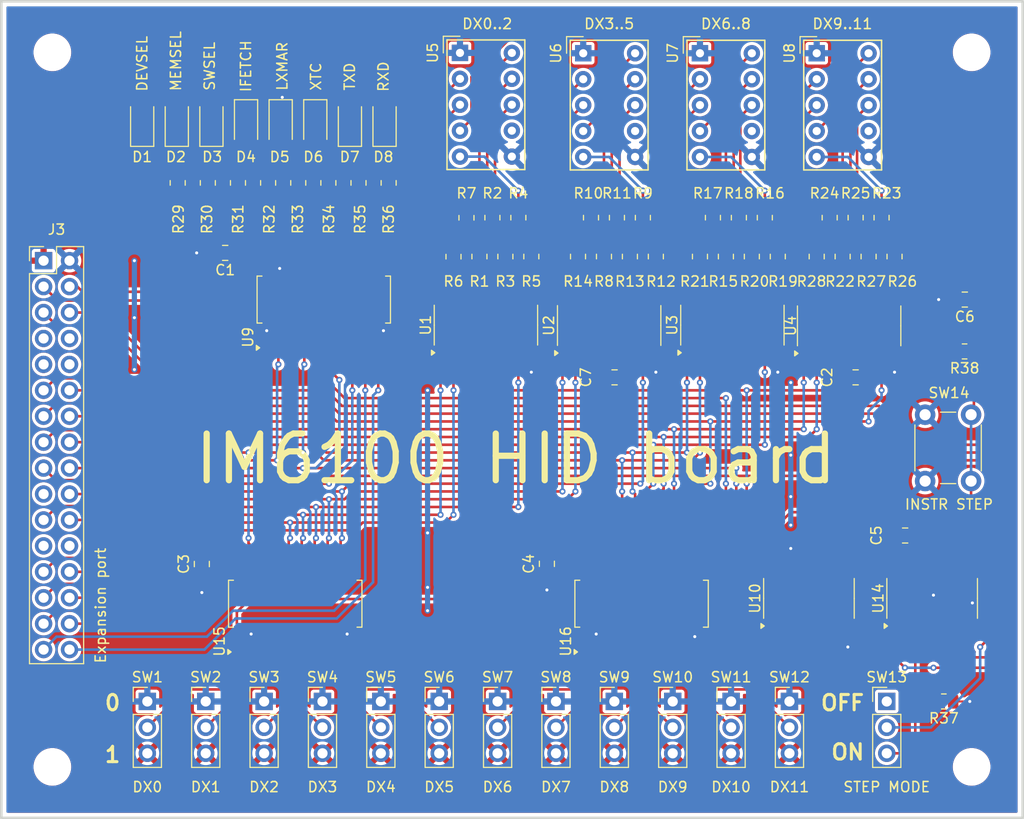
<source format=kicad_pcb>
(kicad_pcb (version 20241229) (generator "pcbnew") (generator_version "9.0")
  (layers (0 "F.Cu" signal) (2 "B.Cu" signal) (13 "F.Paste" user) (15 "B.Paste" user) (5 "F.SilkS" user "F.Silkscreen") (7 "B.SilkS" user "B.Silkscreen") (1 "F.Mask" user) (3 "B.Mask" user) (25 "Edge.Cuts" user))
  (net 0 "")
  (net 1 "DX9")
  (net 2 "DX8")
  (net 3 "DX7")
  (net 4 "DX0")
  (net 5 "SENSE3{slash}RXD")
  (net 6 "GND")
  (net 7 "DX6")
  (net 8 "DX11")
  (net 9 "LXMAR")
  (net 10 "DX4")
  (net 11 "READ2")
  (net 12 "XTA")
  (net 13 "DX1")
  (net 14 "DX2")
  (net 15 "{slash}C0")
  (net 16 "{slash}DEVSEL")
  (net 17 "DX5")
  (net 18 "{slash}MEMSEL")
  (net 19 "XTC")
  (net 20 "TXD")
  (net 21 "+5V")
  (net 22 "DX3")
  (net 23 "{slash}SKP")
  (net 24 "WRITE2")
  (net 25 "{slash}SWSEL")
  (net 26 "DX10")
  (net 27 "{slash}C2")
  (net 28 "IFETCH")
  (net 29 "{slash}C1")
  (net 30 "XTB")
  (net 31 "Net-(U5-A)")
  (net 32 "Net-(U1-Qa)")
  (net 33 "Net-(U1-Qb)")
  (net 34 "Net-(U5-B)")
  (net 35 "Net-(U5-C)")
  (net 36 "Net-(U1-Qc)")
  (net 37 "Net-(U5-D)")
  (net 38 "Net-(U1-Qd)")
  (net 39 "Net-(U5-E)")
  (net 40 "Net-(U1-Qe)")
  (net 41 "Net-(U5-F)")
  (net 42 "Net-(U1-Qf)")
  (net 43 "Net-(U5-G)")
  (net 44 "Net-(U1-Qg)")
  (net 45 "Net-(U2-Qa)")
  (net 46 "Net-(U6-A)")
  (net 47 "Net-(U2-Qd)")
  (net 48 "Net-(U6-D)")
  (net 49 "Net-(U6-G)")
  (net 50 "Net-(U2-Qg)")
  (net 51 "Net-(U2-Qb)")
  (net 52 "Net-(U6-B)")
  (net 53 "Net-(U2-Qe)")
  (net 54 "Net-(U6-E)")
  (net 55 "Net-(U6-C)")
  (net 56 "Net-(U2-Qc)")
  (net 57 "Net-(U6-F)")
  (net 58 "Net-(U2-Qf)")
  (net 59 "Net-(U7-A)")
  (net 60 "Net-(U3-Qa)")
  (net 61 "Net-(U3-Qd)")
  (net 62 "Net-(U7-D)")
  (net 63 "Net-(U3-Qg)")
  (net 64 "Net-(U7-G)")
  (net 65 "Net-(U3-Qb)")
  (net 66 "Net-(U7-B)")
  (net 67 "Net-(U3-Qe)")
  (net 68 "Net-(U7-E)")
  (net 69 "Net-(U7-C)")
  (net 70 "Net-(U3-Qc)")
  (net 71 "Net-(U7-F)")
  (net 72 "Net-(U3-Qf)")
  (net 73 "Net-(U4-Qa)")
  (net 74 "Net-(U8-A)")
  (net 75 "Net-(U8-D)")
  (net 76 "Net-(U4-Qd)")
  (net 77 "Net-(U4-Qg)")
  (net 78 "Net-(U8-G)")
  (net 79 "Net-(U8-B)")
  (net 80 "Net-(U4-Qb)")
  (net 81 "Net-(U8-E)")
  (net 82 "Net-(U4-Qe)")
  (net 83 "Net-(U4-Qc)")
  (net 84 "Net-(U8-C)")
  (net 85 "Net-(U4-Qf)")
  (net 86 "Net-(U8-F)")
  (net 87 "Net-(D1-K)")
  (net 88 "Net-(D2-K)")
  (net 89 "Net-(D3-K)")
  (net 90 "Net-(D4-A)")
  (net 91 "Net-(D5-A)")
  (net 92 "Net-(D6-A)")
  (net 93 "Net-(D7-K)")
  (net 94 "Net-(D8-K)")
  (net 95 "Net-(U9-Y0)")
  (net 96 "Net-(U9-Y1)")
  (net 97 "Net-(U9-Y2)")
  (net 98 "Net-(U9-Y3)")
  (net 99 "Net-(U9-Y4)")
  (net 100 "Net-(U9-Y5)")
  (net 101 "Net-(U9-Y6)")
  (net 102 "Net-(U9-Y7)")
  (net 103 "{slash}EL")
  (net 108 "Net-(SW1-B)")
  (net 109 "Net-(SW2-B)")
  (net 110 "Net-(SW3-B)")
  (net 111 "Net-(SW4-B)")
  (net 112 "Net-(SW5-B)")
  (net 113 "Net-(SW6-B)")
  (net 114 "Net-(SW7-B)")
  (net 115 "Net-(SW8-B)")
  (net 116 "Net-(SW9-B)")
  (net 117 "Net-(SW10-B)")
  (net 118 "Net-(SW11-B)")
  (net 119 "Net-(SW12-B)")
  (net 120 "{slash}WAIT")
  (net 121 "{slash}RESET")
  (net 122 "Net-(C6-Pad1)")
  (net 123 "Net-(SW13-C)")
  (net 125 "Net-(U10-Pad10)")
  (net 126 "Net-(U14A-C)")
  (footprint "Resistor_SMD:R_0805_2012Metric" (layer "F.Cu") (at 132.022 97.79 90)
    (property "Reference" "R34")
    (property "Value" "1k")
  )
  (footprint "Capacitor_SMD:C_0805_2012Metric_Pad1.18x1.45mm_HandSolder" (layer "F.Cu") (at 188.4895 132.334)
    (property "Reference" "C5")
    (property "Value" "100n")
  )
  (footprint "Connector_PinHeader_2.54mm:PinHeader_2x16_P2.54mm_Vertical" (layer "F.Cu") (at 104.14 105.41)
    (property "Reference" "J3")
    (property "Value" "Expansion port")
  )
  (footprint "Resistor_SMD:R_0805_2012Metric" (layer "F.Cu") (at 150.622 101.1955 90)
    (property "Reference" "R4")
    (property "Value" "1k")
  )
  (footprint "Resistor_SMD:R_0805_2012Metric" (layer "F.Cu") (at 187.452 105.0055 90)
    (property "Reference" "R26")
    (property "Value" "1k")
  )
  (footprint "MountingHole:MountingHole_3.2mm_M3" (layer "F.Cu") (at 105 155)
    (property "Reference" "HOLE2" (hide yes))
    (property "Value" "MountingHole_3.2mm_M3" (hide yes))
  )
  (footprint "Display_7Segment:HDSP-A151" (layer "F.Cu") (at 168.402 85.09)
    (property "Reference" "U7")
    (property "Value" "SC36-11SRWA")
  )
  (footprint "Resistor_SMD:R_0805_2012Metric" (layer "F.Cu") (at 146.812 105.0055 90)
    (property "Reference" "R1")
    (property "Value" "1k")
  )
  (footprint "MountingHole:MountingHole_3.2mm_M3" (layer "F.Cu") (at 195 155)
    (property "Reference" "HOLE3" (hide yes))
    (property "Value" "MountingHole_3.2mm_M3" (hide yes))
  )
  (footprint "Resistor_SMD:R_0805_2012Metric" (layer "F.Cu") (at 192.278 148.59 180)
    (property "Reference" "R37")
    (property "Value" "10k")
  )
  (footprint "Connector_PinHeader_2.54mm:PinHeader_1x03_P2.54mm_Vertical" (layer "F.Cu") (at 160.02 148.59)
    (property "Reference" "SW9")
    (property "Value" "DX8")
  )
  (footprint "Resistor_SMD:R_0805_2012Metric" (layer "F.Cu") (at 160.274 101.1955 90)
    (property "Reference" "R11")
    (property "Value" "1k")
  )
  (footprint "Connector_PinHeader_2.54mm:PinHeader_1x03_P2.54mm_Vertical" (layer "F.Cu") (at 186.69 148.59)
    (property "Reference" "SW13")
    (property "Value" "STEP MODE")
  )
  (footprint "Resistor_SMD:R_0805_2012Metric" (layer "F.Cu") (at 186.182 101.1955 90)
    (property "Reference" "R23")
    (property "Value" "1k")
  )
  (footprint "Resistor_SMD:R_0805_2012Metric" (layer "F.Cu") (at 137.922 97.79 90)
    (property "Reference" "R36")
    (property "Value" "1k")
  )
  (footprint "Resistor_SMD:R_0805_2012Metric" (layer "F.Cu") (at 168.402 105.0055 90)
    (property "Reference" "R21")
    (property "Value" "1k")
  )
  (footprint "Capacitor_SMD:C_0805_2012Metric_Pad1.18x1.45mm_HandSolder" (layer "F.Cu") (at 194.3315 109.22 180)
    (property "Reference" "C6")
    (property "Value" "100n")
  )
  (footprint "LED_SMD:LED_1206_3216Metric" (layer "F.Cu") (at 120.572 91.9275 90)
    (property "Reference" "D3")
    (property "Value" "SWSEL")
  )
  (footprint "Resistor_SMD:R_0805_2012Metric" (layer "F.Cu") (at 117.272 97.79 90)
    (property "Reference" "R29")
    (property "Value" "1k")
  )
  (footprint "Connector_PinHeader_2.54mm:PinHeader_1x03_P2.54mm_Vertical" (layer "F.Cu") (at 154.305 148.59)
    (property "Reference" "SW8")
    (property "Value" "DX7")
  )
  (footprint "Package_SO:SO-16_3.9x9.9mm_P1.27mm" (layer "F.Cu") (at 171.577 111.725 90)
    (property "Reference" "U3")
    (property "Value" "4511")
  )
  (footprint "Resistor_SMD:R_0805_2012Metric" (layer "F.Cu") (at 184.912 105.0055 90)
    (property "Reference" "R27")
    (property "Value" "1k")
  )
  (footprint "Capacitor_SMD:C_0805_2012Metric_Pad1.18x1.45mm_HandSolder" (layer "F.Cu") (at 153.416 135.1065 -90)
    (property "Reference" "C4")
    (property "Value" "100n")
  )
  (footprint "Connector_PinHeader_2.54mm:PinHeader_1x03_P2.54mm_Vertical" (layer "F.Cu") (at 131.445 148.59)
    (property "Reference" "SW4")
    (property "Value" "DX3")
  )
  (footprint "Display_7Segment:HDSP-A151" (layer "F.Cu") (at 179.832 85.09)
    (property "Reference" "U8")
    (property "Value" "SC36-11SRWA")
  )
  (footprint "Package_SO:SO-14_3.9x8.65mm_P1.27mm" (layer "F.Cu") (at 179.07 138.495 90)
    (property "Reference" "U10")
    (property "Value" "74HC00")
  )
  (footprint "Resistor_SMD:R_0805_2012Metric" (layer "F.Cu") (at 183.642 101.1955 90)
    (property "Reference" "R25")
    (property "Value" "1k")
  )
  (footprint "LED_SMD:LED_1206_3216Metric" (layer "F.Cu") (at 137.522 91.9275 90)
    (property "Reference" "D8")
    (property "Value" "RXD")
  )
  (footprint "Resistor_SMD:R_0805_2012Metric" (layer "F.Cu") (at 174.752 101.1955 90)
    (property "Reference" "R16")
    (property "Value" "1k")
  )
  (footprint "Resistor_SMD:R_0805_2012Metric" (layer "F.Cu") (at 169.672 101.1955 90)
    (property "Reference" "R17")
    (property "Value" "1k")
  )
  (footprint "Resistor_SMD:R_0805_2012Metric" (layer "F.Cu") (at 144.272 105.0175 90)
    (property "Reference" "R6")
    (property "Value" "1k")
  )
  (footprint "Button_Switch_THT:SW_PUSH_6mm_H4.3mm" (layer "F.Cu") (at 190.445 127 90)
    (property "Reference" "SW14")
    (property "Value" "INSTR STEP")
  )
  (footprint "LED_SMD:LED_1206_3216Metric" (layer "F.Cu") (at 134.132 91.9275 90)
    (property "Reference" "D7")
    (property "Value" "TXD")
  )
  (footprint "Resistor_SMD:R_0805_2012Metric" (layer "F.Cu") (at 159.004 105.0055 90)
    (property "Reference" "R8")
    (property "Value" "1k")
  )
  (footprint "Capacitor_SMD:C_0805_2012Metric_Pad1.18x1.45mm_HandSolder" (layer "F.Cu") (at 183.642 116.84)
    (property "Reference" "C2")
    (property "Value" "100n")
  )
  (footprint "Capacitor_SMD:C_0805_2012Metric_Pad1.18x1.45mm_HandSolder" (layer "F.Cu") (at 160.0415 116.84)
    (property "Reference" "C7")
    (property "Value" "100n")
  )
  (footprint "Package_SO:SO-20_12.8x7.5mm_P1.27mm" (layer "F.Cu") (at 162.687 139.014 90)
    (property "Reference" "U16")
    (property "Value" "74HC541")
  )
  (footprint "Resistor_SMD:R_0805_2012Metric" (layer "F.Cu") (at 182.372 105.0055 90)
    (property "Reference" "R22")
    (property "Value" "1k")
  )
  (footprint "Connector_PinHeader_2.54mm:PinHeader_1x03_P2.54mm_Vertical" (layer "F.Cu") (at 125.73 148.59)
    (property "Reference" "SW3")
    (property "Value" "DX2")
  )
  (footprint "Resistor_SMD:R_0805_2012Metric" (layer "F.Cu") (at 170.942 105.0055 90)
    (property "Reference" "R15")
    (property "Value" "1k")
  )
  (footprint "Connector_PinHeader_2.54mm:PinHeader_1x03_P2.54mm_Vertical" (layer "F.Cu") (at 177.165 148.59)
    (property "Reference" "SW12")
    (property "Value" "DX11")
  )
  (footprint "Resistor_SMD:R_0805_2012Metric" (layer "F.Cu") (at 172.212 101.1955 90)
    (property "Reference" "R18")
    (property "Value" "1k")
  )
  (footprint "MountingHole:MountingHole_3.2mm_M3" (layer "F.Cu") (at 105 85)
    (property "Reference" "HOLE1" (hide yes))
    (property "Value" "MountingHole_3.2mm_M3" (hide yes))
  )
  (footprint "Resistor_SMD:R_0805_2012Metric" (layer "F.Cu") (at 162.814 101.1955 90)
    (property "Reference" "R9")
    (property "Value" "1k")
  )
  (footprint "Resistor_SMD:R_0805_2012Metric" (layer "F.Cu") (at 161.544 105.0055 90)
    (property "Reference" "R13")
    (property "Value" "1k")
  )
  (footprint "Connector_PinHeader_2.54mm:PinHeader_1x03_P2.54mm_Vertical" (layer "F.Cu") (at 165.735 148.59)
    (property "Reference" "SW10")
    (property "Value" "DX9")
  )
  (footprint "Resistor_SMD:R_0805_2012Metric" (layer "F.Cu") (at 176.022 105.0055 90)
    (property "Reference" "R19")
    (property "Value" "1k")
  )
  (footprint "LED_SMD:LED_1206_3216Metric" (layer "F.Cu") (at 117.182 91.9275 90)
    (property "Reference" "D2")
    (property "Value" "MEMSEL")
  )
  (footprint "Resistor_SMD:R_0805_2012Metric" (layer "F.Cu") (at 149.352 105.0055 90)
    (property "Reference" "R3")
    (property "Value" "1k")
  )
  (footprint "Package_SO:SO-16_3.9x9.9mm_P1.27mm" (layer "F.Cu") (at 147.447 111.725 90)
    (property "Reference" "U1")
    (property "Value" "4511")
  )
  (footprint "Package_SO:SO-20_12.8x7.5mm_P1.27mm" (layer "F.Cu") (at 128.778 139.014 90)
    (property "Reference" "U15")
    (property "Value" "74HC541")
  )
  (footprint "Resistor_SMD:R_0805_2012Metric" (layer "F.Cu") (at 126.122 97.79 90)
    (property "Reference" "R32")
    (property "Value" "1k")
  )
  (footprint "MountingHole:MountingHole_3.2mm_M3" (layer "F.Cu") (at 195 85)
    (property "Reference" "HOLE4" (hide yes))
    (property "Value" "MountingHole_3.2mm_M3" (hide yes))
  )
  (footprint "Resistor_SMD:R_0805_2012Metric" (layer "F.Cu") (at 120.222 97.79 90)
    (property "Reference" "R30")
    (property "Value" "1k")
  )
  (footprint "Display_7Segment:HDSP-A151" (layer "F.Cu") (at 156.972 85.09)
    (property "Reference" "U6")
    (property "Value" "SC36-11SRWA")
  )
  (footprint "Resistor_SMD:R_0805_2012Metric" (layer "F.Cu") (at 151.892 105.0055 90)
    (property "Reference" "R5")
    (property "Value" "1k")
  )
  (footprint "Connector_PinHeader_2.54mm:PinHeader_1x03_P2.54mm_Vertical" (layer "F.Cu") (at 120.015 148.59)
    (property "Reference" "SW2")
    (property "Value" "DX1")
  )
  (footprint "Connector_PinHeader_2.54mm:PinHeader_1x03_P2.54mm_Vertical" (layer "F.Cu") (at 171.45 148.59)
    (property "Reference" "SW11")
    (property "Value" "DX10")
  )
  (footprint "Resistor_SMD:R_0805_2012Metric" (layer "F.Cu") (at 123.172 97.79 90)
    (property "Reference" "R31")
    (property "Value" "1k")
  )
  (footprint "Display_7Segment:HDSP-A151" (layer "F.Cu") (at 144.907 85.055)
    (property "Reference" "U5")
    (property "Value" "SC36-11SRWA")
  )
  (footprint "Capacitor_SMD:C_0805_2012Metric_Pad1.18x1.45mm_HandSolder" (layer "F.Cu") (at 121.92 104.648 180)
    (property "Reference" "C1")
    (property "Value" "100n")
  )
  (footprint "LED_SMD:LED_1206_3216Metric" (layer "F.Cu") (at 130.742 91.9275 -90)
    (property "Reference" "D6")
    (property "Value" "XTC")
  )
  (footprint "Resistor_SMD:R_0805_2012Metric" (layer "F.Cu") (at 173.482 105.0055 90)
    (property "Reference" "R20")
    (property "Value" "1k")
  )
  (footprint "Connector_PinHeader_2.54mm:PinHeader_1x03_P2.54mm_Vertical" (layer "F.Cu") (at 148.59 148.59)
    (property "Reference" "SW7")
    (property "Value" "DX6")
  )
  (footprint "Connector_PinHeader_2.54mm:PinHeader_1x03_P2.54mm_Vertical" (layer "F.Cu") (at 114.3 148.59)
    (property "Reference" "SW1")
    (property "Value" "DX0")
  )
  (footprint "Connector_PinHeader_2.54mm:PinHeader_1x03_P2.54mm_Vertical" (layer "F.Cu") (at 137.16 148.59)
    (property "Reference" "SW5")
    (property "Value" "DX4")
  )
  (footprint "Package_SO:SO-16_3.9x9.9mm_P1.27mm" (layer "F.Cu") (at 183.007 111.795 90)
    (property "Reference" "U4")
    (property "Value" "4511")
  )
  (footprint "Connector_PinHeader_2.54mm:PinHeader_1x03_P2.54mm_Vertical" (layer "F.Cu") (at 142.875 148.59)
    (property "Reference" "SW6")
    (property "Value" "DX5")
  )
  (footprint "Capacitor_SMD:C_0805_2012Metric_Pad1.18x1.45mm_HandSolder" (layer "F.Cu") (at 119.634 135.128 -90)
    (property "Reference" "C3")
    (property "Value" "100n")
  )
  (footprint "Resistor_SMD:R_0805_2012Metric" (layer "F.Cu") (at 134.972 97.79 90)
    (property "Reference" "R35")
    (property "Value" "1k")
  )
  (footprint "Resistor_SMD:R_0805_2012Metric" (layer "F.Cu") (at 157.734 101.1955 90)
    (property "Reference" "R10")
    (property "Value" "1k")
  )
  (footprint "LED_SMD:LED_1206_3216Metric" (layer "F.Cu") (at 123.962 91.9275 -90)
    (property "Reference" "D4")
    (property "Value" "IFETCH")
  )
  (footprint "Resistor_SMD:R_0805_2012Metric" (layer "F.Cu") (at 194.31 114.3 180)
    (property "Reference" "R38")
    (property "Value" "100k")
  )
  (footprint "Resistor_SMD:R_0805_2012Metric" (layer "F.Cu") (at 179.832 105.0055 90)
    (property "Reference" "R28")
    (property "Value" "1k")
  )
  (footprint "Resistor_SMD:R_0805_2012Metric" (layer "F.Cu") (at 181.102 101.1955 90)
    (property "Reference" "R24")
    (property "Value" "1k")
  )
  (footprint "Resistor_SMD:R_0805_2012Metric" (layer "F.Cu") (at 156.464 105.0055 90)
    (property "Reference" "R14")
    (property "Value" "1k")
  )
  (footprint "Package_SO:SO-14_3.9x8.65mm_P1.27mm" (layer "F.Cu") (at 191.135 138.495 90)
    (property "Reference" "U14")
    (property "Value" "74HC74")
  )
  (footprint "Package_SO:SO-20_12.8x7.5mm_P1.27mm" (layer "F.Cu") (at 131.572 109.22 90)
    (property "Reference" "U9")
    (property "Value" "74HC541")
  )
  (footprint "Resistor_SMD:R_0805_2012Metric" (layer "F.Cu") (at 145.542 101.2075 90)
    (property "Reference" "R7")
    (property "Value" "1k")
  )
  (footprint "Resistor_SMD:R_0805_2012Metric" (layer "F.Cu") (at 164.084 105.0055 90)
    (property "Reference" "R12")
    (property "Value" "1k")
  )
  (footprint "Resistor_SMD:R_0805_2012Metric" (layer "F.Cu") (at 129.072 97.79 90)
    (property "Reference" "R33")
    (property "Value" "1k")
  )
  (footprint "Package_SO:SO-16_3.9x9.9mm_P1.27mm" (layer "F.Cu") (at 159.512 111.76 90)
    (property "Reference" "U2")
    (property "Value" "4511")
  )
  (footprint "LED_SMD:LED_1206_3216Metric" (layer "F.Cu") (at 127.352 91.9275 -90)
    (property "Reference" "D5")
    (property "Value" "LXMAR")
  )
  (footprint "LED_SMD:LED_1206_3216Metric" (layer "F.Cu") (at 113.792 91.9275 90)
    (property "Reference" "D1")
    (property "Value" "DEVSEL")
  )
  (footprint "Resistor_SMD:R_0805_2012Metric" (layer "F.Cu") (at 148.082 101.1955 90)
    (property "Reference" "R2")
    (property "Value" "1k")
  )
  (gr_rect (start 100 80) (end 200 160) (stroke (width 0.254)) (fill no) (layer "Edge.Cuts"))
  (gr_text "DX0..2" (at 145.034 82.804 0) (layer "F.SilkS") (effects (font (size 1.016 1.016) (thickness 0.1524)) (justify left bottom)))
  (gr_text "DX6..8" (at 168.402 82.804 0) (layer "F.SilkS") (effects (font (size 1.016 1.016) (thickness 0.1524)) (justify left bottom)))
  (gr_text "DX9..11" (at 179.324 82.804 0) (layer "F.SilkS") (effects (font (size 1.016 1.016) (thickness 0.1524)) (justify left bottom)))
  (gr_text "IM6100 HID board" (at 118.618 127.508 0) (layer "F.SilkS") (effects (font (size 4.572 4.572) (thickness 0.6096)) (justify left bottom)))
  (gr_text "1" (at 109.982 154.686 0) (layer "F.SilkS") (effects (font (size 1.5 1.5) (thickness 0.3) (bold yes)) (justify left bottom)))
  (gr_text "ON" (at 181.102 154.432 0) (layer "F.SilkS") (effects (font (size 1.5 1.5) (thickness 0.3) (bold yes)) (justify left bottom)))
  (gr_text "DX3..5" (at 156.972 82.804 0) (layer "F.SilkS") (effects (font (size 1.016 1.016) (thickness 0.1524)) (justify left bottom)))
  (gr_text "OFF" (at 180.086 149.606 0) (layer "F.SilkS") (effects (font (size 1.5 1.5) (thickness 0.3) (bold yes)) (justify left bottom)))
  (gr_text "0" (at 109.982 149.606 0) (layer "F.SilkS") (effects (font (size 1.5 1.5) (thickness 0.3) (bold yes)) (justify left bottom)))
  (segment (start 104.14 120.65) (end 105.41 119.38) (width 0.254) (layer "F.Cu") (net 1))
  (segment (start 132.334 122.682) (end 164.846 122.682) (width 0.254) (layer "F.Cu") (net 1))
  (segment (start 105.41 119.38) (end 114.808 119.38) (width 0.254) (layer "F.Cu") (net 1))
  (segment (start 164.592 128.016) (end 164.846 127.762) (width 0.254) (layer "F.Cu") (net 1))
  (segment (start 164.592 134.264) (end 164.592 131.572) (width 0.254) (layer "F.Cu") (net 1))
  (segment (start 179.832 117.348) (end 179.832 114.37) (width 0.254) (layer "F.Cu") (net 1))
  (segment (start 179.07 122.682) (end 179.832 121.92) (width 0.254) (layer "F.Cu") (net 1))
  (segment (start 164.592 131.572) (end 164.592 128.016) (width 0.254) (layer "F.Cu") (net 1))
  (segment (start 164.846 122.682) (end 179.07 122.682) (width 0.254) (layer "F.Cu") (net 1))
  (segment (start 114.808 119.38) (end 116.586 121.158) (width 0.254) (layer "F.Cu") (net 1))
  (segment (start 116.586 121.158) (end 130.81 121.158) (width 0.254) (layer "F.Cu") (net 1))
  (segment (start 130.81 121.158) (end 132.334 122.682) (width 0.254) (layer "F.Cu") (net 1))
  (segment (start 164.846 127.762) (end 164.846 127.254) (width 0.254) (layer "F.Cu") (net 1))
  (via (at 179.832 117.348) (size 0.6) (drill 0.3) (layers "F.Cu" "B.Cu") (net 1))
  (via (at 164.846 122.682) (size 0.6) (drill 0.3) (layers "F.Cu" "B.Cu") (net 1))
  (via (at 179.832 121.92) (size 0.6) (drill 0.3) (layers "F.Cu" "B.Cu") (net 1))
  (via (at 164.846 127.254) (size 0.6) (drill 0.3) (layers "F.Cu" "B.Cu") (net 1))
  (segment (start 179.832 121.92) (end 179.832 117.348) (width 0.254) (layer "B.Cu") (net 1))
  (segment (start 164.846 127.254) (end 164.846 122.682) (width 0.254) (layer "B.Cu") (net 1))
  (segment (start 106.68 120.65) (end 112.268 120.65) (width 0.254) (layer "F.Cu") (net 2))
  (segment (start 163.322 127.762) (end 163.83 127.254) (width 0.254) (layer "F.Cu") (net 2))
  (segment (start 163.83 123.444) (end 174.752 123.444) (width 0.254) (layer "F.Cu") (net 2))
  (segment (start 115.062 120.65) (end 116.332 121.92) (width 0.254) (layer "F.Cu") (net 2))
  (segment (start 118.618 121.92) (end 126.238 121.92) (width 0.254) (layer "F.Cu") (net 2))
  (segment (start 112.268 120.65) (end 115.062 120.65) (width 0.254) (layer "F.Cu") (net 2))
  (segment (start 126.238 121.92) (end 130.556 121.92) (width 0.254) (layer "F.Cu") (net 2))
  (segment (start 163.322 134.264) (end 163.322 131.572) (width 0.254) (layer "F.Cu") (net 2))
  (segment (start 163.322 131.572) (end 163.322 127.762) (width 0.254) (layer "F.Cu") (net 2))
  (segment (start 174.752 116.332) (end 174.752 114.3) (width 0.254) (layer "F.Cu") (net 2))
  (segment (start 141.986 123.444) (end 163.83 123.444) (width 0.254) (layer "F.Cu") (net 2))
  (segment (start 130.556 121.92) (end 132.08 123.444) (width 0.254) (layer "F.Cu") (net 2))
  (segment (start 132.08 123.444) (end 141.986 123.444) (width 0.254) (layer "F.Cu") (net 2))
  (segment (start 116.332 121.92) (end 118.618 121.92) (width 0.254) (layer "F.Cu") (net 2))
  (via (at 163.83 123.444) (size 0.6) (drill 0.3) (layers "F.Cu" "B.Cu") (net 2))
  (via (at 174.752 123.444) (size 0.6) (drill 0.3) (layers "F.Cu" "B.Cu") (net 2))
  (via (at 163.83 127.254) (size 0.6) (drill 0.3) (layers "F.Cu" "B.Cu") (net 2))
  (via (at 174.752 116.332) (size 0.6) (drill 0.3) (layers "F.Cu" "B.Cu") (net 2))
  (segment (start 174.752 116.332) (end 174.752 123.444) (width 0.254) (layer "B.Cu") (net 2))
  (segment (start 163.83 127.254) (end 163.83 123.444) (width 0.254) (layer "B.Cu") (net 2))
  (segment (start 104.14 123.19) (end 105.318 122.012) (width 0.254) (layer "F.Cu") (net 3))
  (segment (start 105.318 122.012) (end 112.614 122.012) (width 0.254) (layer "F.Cu") (net 3))
  (segment (start 130.302 122.682) (end 131.826 124.206) (width 0.254) (layer "F.Cu") (net 3))
  (segment (start 162.052 130.81) (end 162.052 134.264) (width 0.254) (layer "F.Cu") (net 3))
  (segment (start 112.614 122.012) (end 115.408 122.012) (width 0.254) (layer "F.Cu") (net 3))
  (segment (start 116.078 122.682) (end 121.666 122.682) (width 0.254) (layer "F.Cu") (net 3))
  (segment (start 134.874 124.206) (end 157.734 124.206) (width 0.254) (layer "F.Cu") (net 3))
  (segment (start 162.052 128.27) (end 161.798 128.016) (width 0.254) (layer "F.Cu") (net 3))
  (segment (start 161.798 124.206) (end 167.132 124.206) (width 0.254) (layer "F.Cu") (net 3))
  (segment (start 167.132 117.348) (end 167.132 114.3) (width 0.254) (layer "F.Cu") (net 3))
  (segment (start 121.666 122.682) (end 130.302 122.682) (width 0.254) (layer "F.Cu") (net 3))
  (segment (start 162.052 130.81) (end 162.052 128.27) (width 0.254) (layer "F.Cu") (net 3))
  (segment (start 131.826 124.206) (end 134.874 124.206) (width 0.254) (layer "F.Cu") (net 3))
  (segment (start 157.734 124.206) (end 161.798 124.206) (width 0.254) (layer "F.Cu") (net 3))
  (segment (start 115.408 122.012) (end 116.078 122.682) (width 0.254) (layer "F.Cu") (net 3))
  (via (at 167.132 124.206) (size 0.6) (drill 0.3) (layers "F.Cu" "B.Cu") (net 3))
  (via (at 161.798 128.016) (size 0.6) (drill 0.3) (layers "F.Cu" "B.Cu") (net 3))
  (via (at 161.798 124.206) (size 0.6) (drill 0.3) (layers "F.Cu" "B.Cu") (net 3))
  (via (at 167.132 117.348) (size 0.6) (drill 0.3) (layers "F.Cu" "B.Cu") (net 3))
  (segment (start 161.798 128.016) (end 161.798 124.206) (width 0.254) (layer "B.Cu") (net 3))
  (segment (start 167.132 117.348) (end 167.132 124.206) (width 0.254) (layer "B.Cu") (net 3))
  (segment (start 134.62 131.826) (end 135.382 131.064) (width 0.254) (layer "F.Cu") (net 4))
  (segment (start 118.364 131.826) (end 116.84 133.35) (width 0.254) (layer "F.Cu") (net 4))
  (segment (start 126.873 131.953) (end 126.746 131.826) (width 0.254) (layer "F.Cu") (net 4))
  (segment (start 126.746 131.826) (end 134.62 131.826) (width 0.254) (layer "F.Cu") (net 4))
  (segment (start 112.522 140.97) (end 106.68 140.97) (width 0.254) (layer "F.Cu") (net 4))
  (segment (start 116.84 133.35) (end 116.84 136.652) (width 0.254) (layer "F.Cu") (net 4))
  (segment (start 144.272 114.3) (end 144.272 118.11) (width 0.254) (layer "F.Cu") (net 4))
  (segment (start 126.873 134.264) (end 126.873 131.953) (width 0.254) (layer "F.Cu") (net 4))
  (segment (start 143.51 131.064) (end 144.272 130.302) (width 0.254) (layer "F.Cu") (net 4))
  (segment (start 126.746 131.826) (end 118.364 131.826) (width 0.254) (layer "F.Cu") (net 4))
  (segment (start 135.382 131.064) (end 143.51 131.064) (width 0.254) (layer "F.Cu") (net 4))
  (segment (start 116.84 136.652) (end 112.522 140.97) (width 0.254) (layer "F.Cu") (net 4))
  (via (at 144.272 118.11) (size 0.6) (drill 0.3) (layers "F.Cu" "B.Cu") (net 4))
  (via (at 144.272 130.302) (size 0.6) (drill 0.3) (layers "F.Cu" "B.Cu") (net 4))
  (segment (start 144.272 118.11) (end 144.272 130.302) (width 0.254) (layer "B.Cu") (net 4))
  (segment (start 136.017 113.97) (end 136.017 116.205) (width 0.254) (layer "F.Cu") (net 5))
  (segment (start 136.906 117.094) (end 136.906 118.11) (width 0.254) (layer "F.Cu") (net 5))
  (segment (start 136.017 116.205) (end 136.906 117.094) (width 0.254) (layer "F.Cu") (net 5))
  (via (at 136.906 118.11) (size 0.6) (drill 0.3) (layers "F.Cu" "B.Cu") (net 5))
  (segment (start 136.398 118.618) (end 136.906 118.11) (width 0.254) (layer "B.Cu") (net 5))
  (segment (start 122.936 140.462) (end 132.842 140.462) (width 0.254) (layer "B.Cu") (net 5))
  (segment (start 132.842 140.462) (end 136.398 136.906) (width 0.254) (layer "B.Cu") (net 5))
  (segment (start 106.68 143.51) (end 119.888 143.51) (width 0.254) (layer "B.Cu") (net 5))
  (segment (start 119.888 143.51) (end 122.936 140.462) (width 0.254) (layer "B.Cu") (net 5))
  (segment (start 136.398 136.906) (end 136.398 118.618) (width 0.254) (layer "B.Cu") (net 5))
  (segment (start 125.857 113.97) (end 125.857 112.395) (width 0.254) (layer "F.Cu") (net 6))
  (segment (start 123.952 89.662) (end 123.962 89.672) (width 0.254) (layer "F.Cu") (net 6))
  (segment (start 176.53 136.02) (end 176.53 134.366) (width 0.254) (layer "F.Cu") (net 6))
  (segment (start 163.957 114.335) (end 163.957 116.205) (width 0.254) (layer "F.Cu") (net 6))
  (segment (start 189.865 132.672) (end 189.527 132.334) (width 0.254) (layer "F.Cu") (net 6))
  (segment (start 134.493 143.764) (end 134.493 142.621) (width 0.254) (layer "F.Cu") (net 6))
  (segment (start 176.022 116.332) (end 176.022 114.3) (width 0.254) (layer "F.Cu") (net 6))
  (segment (start 194.945 139.065) (end 195.072 138.938) (width 0.254) (layer "F.Cu") (net 6))
  (segment (start 158.242 143.764) (end 158.242 141.986) (width 0.254) (layer "F.Cu") (net 6))
  (segment (start 191.008 132.334) (end 189.527 132.334) (width 0.254) (layer "F.Cu") (net 6))
  (segment (start 167.132 143.002) (end 167.894 142.24) (width 0.254) (layer "F.Cu") (net 6))
  (segment (start 191.262 137.668) (end 191.135 137.541) (width 0.254) (layer "F.Cu") (net 6))
  (segment (start 168.402 142.748) (end 167.894 142.24) (width 0.254) (layer "F.Cu") (net 6))
  (segment (start 184.912 114.37) (end 184.912 116.84) (width 0.254) (layer "F.Cu") (net 6))
  (segment (start 194.945 140.97) (end 194.945 139.065) (width 0.254) (layer "F.Cu") (net 6))
  (segment (start 127.127 104.47) (end 127.127 106.045) (width 0.254) (layer "F.Cu") (net 6))
  (segment (start 127.508 89.408) (end 127.508 90.3715) (width 0.254) (layer "F.Cu") (net 6))
  (segment (start 133.223 142.621) (end 133.858 141.986) (width 0.254) (layer "F.Cu") (net 6))
  (segment (start 191.135 137.541) (end 191.135 136.02) (width 0.254) (layer "F.Cu") (net 6))
  (segment (start 167.132 143.764) (end 167.132 143.002) (width 0.254) (layer "F.Cu") (net 6))
  (segment (start 191.135 136.02) (end 191.135 132.461) (width 0.254) (layer "F.Cu") (net 6))
  (segment (start 191.262 138.176) (end 191.262 137.668) (width 0.254) (layer "F.Cu") (net 6))
  (segment (start 123.962 89.672) (end 123.962 90.5275) (width 0.254) (layer "F.Cu") (net 6))
  (segment (start 127.508 89.408) (end 124.206 89.408) (width 0.254) (layer "F.Cu") (net 6))
  (segment (start 177.8 136.02) (end 177.8 134.112) (width 0.254) (layer "F.Cu") (net 6))
  (segment (start 161.417 114.335) (end 161.417 117.264) (width 0.254) (layer "F.Cu") (net 6))
  (segment (start 182.88 140.97) (end 182.88 143.256) (width 0.254) (layer "F.Cu") (net 6))
  (segment (start 153.416 136.144) (end 153.416 137.668) (width 0.254) (layer "F.Cu") (net 6))
  (segment (start 125.857 112.395) (end 125.984 112.268) (width 0.254) (layer "F.Cu") (net 6))
  (segment (start 127.508 90.3715) (end 127.352 90.5275) (width 0.254) (layer "F.Cu") (net 6))
  (segment (start 133.223 143.764) (end 133.223 142.621) (width 0.254) (layer "F.Cu") (net 6))
  (segment (start 163.957 116.205) (end 164.084 116.332) (width 0.254) (layer "F.Cu") (net 6))
  (segment (start 189.865 136.02) (end 189.865 132.672) (width 0.254) (layer "F.Cu") (net 6))
  (segment (start 124.46 143.637) (end 124.333 143.764) (width 0.254) (layer "F.Cu") (net 6))
  (segment (start 130.556 89.408) (end 130.742 89.594) (width 0.254) (layer "F.Cu") (net 6))
  (segment (start 193.1905 148.59) (end 194.818 148.59) (width 0.2) (layer "F.Cu") (net 6))
  (segment (start 191.135 132.461) (end 191.008 132.334) (width 0.254) (layer "F.Cu") (net 6))
  (segment (start 127.127 106.045) (end 127.254 106.172) (width 0.254) (layer "F.Cu") (net 6))
  (segment (start 130.742 89.594) (end 130.742 90.5275) (width 0.254) (layer "F.Cu") (net 6))
  (segment (start 124.46 141.986) (end 124.46 143.637) (width 0.254) (layer "F.Cu") (net 6))
  (segment (start 137.287 112.395) (end 137.414 112.268) (width 0.254) (layer "F.Cu") (net 6))
  (segment (start 137.287 113.97) (end 137.287 112.395) (width 0.254) (layer "F.Cu") (net 6))
  (segment (start 124.206 89.408) (end 123.952 89.662) (width 0.254) (layer "F.Cu") (net 6))
  (segment (start 187.452 116.332) (end 187.452 114.37) (width 0.254) (layer "F.Cu") (net 6))
  (segment (start 127.508 89.408) (end 130.556 89.408) (width 0.254) (layer "F.Cu") (net 6))
  (segment (start 177.8 134.112) (end 177.292 133.604) (width 0.254) (layer "F.Cu") (net 6))
  (segment (start 119.634 136.1655) (end 119.634 137.922) (width 0.254) (layer "F.Cu") (net 6))
  (segment (start 168.402 143.764) (end 168.402 142.748) (width 0.254) (layer "F.Cu") (net 6))
  (segment (start 191.77 109.22) (end 193.294 109.22) (width 0.254) (layer "F.Cu") (net 6))
  (segment (start 151.892 114.3) (end 151.892 116.332) (width 0.254) (layer "F.Cu") (net 6))
  (segment (start 176.53 134.366) (end 177.292 133.604) (width 0.254) (layer "F.Cu") (net 6))
  (segment (start 119.126 104.648) (end 120.8825 104.648) (width 0.254) (layer "F.Cu") (net 6))
  (segment (start 134.493 142.621) (end 133.858 141.986) (width 0.254) (layer "F.Cu") (net 6))
  (via (at 167.894 142.24) (size 0.6) (drill 0.3) (layers "F.Cu" "B.Cu") (net 6))
  (via (at 125.984 112.268) (size 0.6) (drill 0.3) (layers "F.Cu" "B.Cu") (net 6))
  (via (at 176.022 116.332) (size 0.6) (drill 0.3) (layers "F.Cu" "B.Cu") (net 6))
  (via (at 153.416 137.668) (size 0.6) (drill 0.3) (layers "F.Cu" "B.Cu") (net 6))
  (via (at 164.084 116.332) (size 0.6) (drill 0.3) (layers "F.Cu" "B.Cu") (net 6))
  (via (at 191.77 109.22) (size 0.6) (drill 0.3) (layers "F.Cu" "B.Cu") (net 6))
  (via (at 191.262 138.176) (size 0.6) (drill 0.3) (layers "F.Cu" "B.Cu") (net 6))
  (via (at 151.892 116.332) (size 0.6) (drill 0.3) (layers "F.Cu" "B.Cu") (net 6))
  (via (at 133.858 141.986) (size 0.6) (drill 0.3) (layers "F.Cu" "B.Cu") (net 6))
  (via (at 182.88 143.256) (size 0.6) (drill 0.3) (layers "F.Cu" "B.Cu") (net 6))
  (via (at 195.072 138.938) (size 0.6) (drill 0.3) (layers "F.Cu" "B.Cu") (net 6))
  (via (at 187.452 116.332) (size 0.6) (drill 0.3) (layers "F.Cu" "B.Cu") (net 6))
  (via (at 194.818 148.59) (size 0.6) (drill 0.3) (layers "F.Cu" "B.Cu") (net 6))
  (via (at 119.126 104.648) (size 0.6) (drill 0.3) (layers "F.Cu" "B.Cu") (net 6))
  (via (at 137.414 112.268) (size 0.6) (drill 0.3) (layers "F.Cu" "B.Cu") (net 6))
  (via (at 158.242 141.986) (size 0.6) (drill 0.3) (layers "F.Cu" "B.Cu") (net 6))
  (via (at 124.46 141.986) (size 0.6) (drill 0.3) (layers "F.Cu" "B.Cu") (net 6))
  (via (at 119.634 137.922) (size 0.6) (drill 0.3) (layers "F.Cu" "B.Cu") (net 6))
  (via (at 127.254 106.172) (size 0.6) (drill 0.3) (layers "F.Cu" "B.Cu") (net 6))
  (via (at 127.508 89.408) (size 0.6) (drill 0.3) (layers "F.Cu" "B.Cu") (net 6))
  (via (at 177.292 133.604) (size 0.6) (drill 0.3) (layers "F.Cu" "B.Cu") (net 6))
  (segment (start 160.782 130.556) (end 160.782 128.016) (width 0.254) (layer "F.Cu") (net 7))
  (segment (start 160.782 134.264) (end 160.782 130.556) (width 0.254) (layer "F.Cu") (net 7))
  (segment (start 115.824 123.444) (end 115.57 123.19) (width 0.254) (layer "F.Cu") (net 7))
  (segment (start 131.572 124.968) (end 130.048 123.444) (width 0.254) (layer "F.Cu") (net 7))
  (segment (start 130.048 123.444) (end 115.824 123.444) (width 0.254) (layer "F.Cu") (net 7))
  (segment (start 167.64 124.968) (end 160.782 124.968) (width 0.254) (layer "F.Cu") (net 7))
  (segment (start 168.402 117.348) (end 168.402 114.3) (width 0.254) (layer "F.Cu") (net 7))
  (segment (start 115.57 123.19) (end 106.68 123.19) (width 0.254) (layer "F.Cu") (net 7))
  (segment (start 160.782 124.968) (end 131.572 124.968) (width 0.254) (layer "F.Cu") (net 7))
  (segment (start 168.402 124.206) (end 167.64 124.968) (width 0.254) (layer "F.Cu") (net 7))
  (via (at 168.402 117.348) (size 0.6) (drill 0.3) (layers "F.Cu" "B.Cu") (net 7))
  (via (at 168.402 124.206) (size 0.6) (drill 0.3) (layers "F.Cu" "B.Cu") (net 7))
  (via (at 160.782 128.016) (size 0.6) (drill 0.3) (layers "F.Cu" "B.Cu") (net 7))
  (via (at 160.782 124.968) (size 0.6) (drill 0.3) (layers "F.Cu" "B.Cu") (net 7))
  (segment (start 160.782 128.016) (end 160.782 124.968) (width 0.254) (layer "B.Cu") (net 7))
  (segment (start 168.402 117.348) (end 168.402 124.206) (width 0.254) (layer "B.Cu") (net 7))
  (segment (start 169.418 121.158) (end 184.912 121.158) (width 0.254) (layer "F.Cu") (net 8))
  (segment (start 117.094 119.634) (end 131.318 119.634) (width 0.254) (layer "F.Cu") (net 8))
  (segment (start 186.182 114.37) (end 186.182 118.11) (width 0.254) (layer "F.Cu") (net 8))
  (segment (start 132.842 121.158) (end 169.418 121.158) (width 0.254) (layer "F.Cu") (net 8))
  (segment (start 105.318 116.932) (end 114.392 116.932) (width 0.254) (layer "F.Cu") (net 8))
  (segment (start 167.386 127.254) (end 169.418 127.254) (width 0.254) (layer "F.Cu") (net 8))
  (segment (start 114.392 116.932) (end 117.094 119.634) (width 0.254) (layer "F.Cu") (net 8))
  (segment (start 131.318 119.634) (end 132.842 121.158) (width 0.254) (layer "F.Cu") (net 8))
  (segment (start 167.132 134.264) (end 167.132 131.826) (width 0.254) (layer "F.Cu") (net 8))
  (segment (start 104.14 118.11) (end 105.318 116.932) (width 0.254) (layer "F.Cu") (net 8))
  (segment (start 167.132 127.508) (end 167.386 127.254) (width 0.254) (layer "F.Cu") (net 8))
  (segment (start 167.132 131.826) (end 167.132 127.508) (width 0.254) (layer "F.Cu") (net 8))
  (via (at 169.418 121.158) (size 0.6) (drill 0.3) (layers "F.Cu" "B.Cu") (net 8))
  (via (at 169.418 127.254) (size 0.6) (drill 0.3) (layers "F.Cu" "B.Cu") (net 8))
  (via (at 184.912 121.158) (size 0.6) (drill 0.3) (layers "F.Cu" "B.Cu") (net 8))
  (via (at 186.182 118.11) (size 0.6) (drill 0.3) (layers "F.Cu" "B.Cu") (net 8))
  (segment (start 186.182 118.872) (end 184.912 120.142) (width 0.254) (layer "B.Cu") (net 8))
  (segment (start 184.912 120.142) (end 184.912 121.158) (width 0.254) (layer "B.Cu") (net 8))
  (segment (start 186.182 118.11) (end 186.182 118.872) (width 0.254) (layer "B.Cu") (net 8))
  (segment (start 169.418 121.158) (end 169.418 127.254) (width 0.254) (layer "B.Cu") (net 8))
  (segment (start 176.53 140.97) (end 176.53 139.446) (width 0.254) (layer "F.Cu") (net 9))
  (segment (start 129.54 125.73) (end 155.956 125.73) (width 0.254) (layer "F.Cu") (net 9))
  (segment (start 119.126 125.73) (end 124.714 125.73) (width 0.254) (layer "F.Cu") (net 9))
  (segment (start 172.212 136.144) (end 172.212 128.524) (width 0.254) (layer "F.Cu") (net 9))
  (segment (start 132.207 113.97) (end 132.207 116.205) (width 0.254) (layer "F.Cu") (net 9))
  (segment (start 172.212 128.524) (end 171.958 128.27) (width 0.254) (layer "F.Cu") (net 9))
  (segment (start 114.046 128.016) (end 116.332 125.73) (width 0.254) (layer "F.Cu") (net 9))
  (segment (start 116.332 125.73) (end 119.126 125.73) (width 0.254) (layer "F.Cu") (net 9))
  (segment (start 171.958 128.27) (end 171.958 127.254) (width 0.254) (layer "F.Cu") (net 9))
  (segment (start 172.212 137.16) (end 172.212 136.144) (width 0.254) (layer "F.Cu") (net 9))
  (segment (start 132.207 116.205) (end 133.096 117.094) (width 0.254) (layer "F.Cu") (net 9))
  (segment (start 113.792 128.27) (end 114.046 128.016) (width 0.254) (layer "F.Cu") (net 9))
  (segment (start 124.714 125.73) (end 129.54 125.73) (width 0.254) (layer "F.Cu") (net 9))
  (segment (start 174.244 139.192) (end 172.212 137.16) (width 0.254) (layer "F.Cu") (net 9))
  (segment (start 155.956 125.73) (end 171.958 125.73) (width 0.254) (layer "F.Cu") (net 9))
  (segment (start 176.276 139.192) (end 174.244 139.192) (width 0.254) (layer "F.Cu") (net 9))
  (segment (start 176.53 139.446) (end 176.276 139.192) (width 0.254) (layer "F.Cu") (net 9))
  (segment (start 106.68 128.27) (end 113.792 128.27) (width 0.254) (layer "F.Cu") (net 9))
  (via (at 171.958 125.73) (size 0.6) (drill 0.3) (layers "F.Cu" "B.Cu") (net 9))
  (via (at 133.096 117.094) (size 0.6) (drill 0.3) (layers "F.Cu" "B.Cu") (net 9))
  (via (at 171.958 127.254) (size 0.6) (drill 0.3) (layers "F.Cu" "B.Cu") (net 9))
  (via (at 129.54 125.73) (size 0.6) (drill 0.3) (layers "F.Cu" "B.Cu") (net 9))
  (segment (start 133.096 117.094) (end 133.096 123.444) (width 0.254) (layer "B.Cu") (net 9))
  (segment (start 130.81 125.73) (end 129.54 125.73) (width 0.254) (layer "B.Cu") (net 9))
  (segment (start 133.096 123.444) (end 130.81 125.73) (width 0.254) (layer "B.Cu") (net 9))
  (segment (start 171.958 127.254) (end 171.958 125.73) (width 0.254) (layer "B.Cu") (net 9))
  (segment (start 106.68 135.89) (end 111.76 135.89) (width 0.254) (layer "F.Cu") (net 10))
  (segment (start 154.94 117.348) (end 154.94 116.078) (width 0.254) (layer "F.Cu") (net 10))
  (segment (start 117.348 128.778) (end 132.08 128.778) (width 0.254) (layer "F.Cu") (net 10))
  (segment (start 131.953 132.715) (end 132.08 132.588) (width 0.254) (layer "F.Cu") (net 10))
  (segment (start 113.792 132.334) (end 113.792 133.858) (width 0.254) (layer "F.Cu") (net 10))
  (segment (start 113.792 133.858) (end 111.76 135.89) (width 0.254) (layer "F.Cu") (net 10))
  (segment (start 133.604 128.778) (end 134.366 128.016) (width 0.254) (layer "F.Cu") (net 10))
  (segment (start 132.08 128.778) (end 133.604 128.778) (width 0.254) (layer "F.Cu") (net 10))
  (segment (start 131.953 134.264) (end 131.953 132.715) (width 0.254) (layer "F.Cu") (net 10))
  (segment (start 155.067 115.951) (end 155.067 114.335) (width 0.254) (layer "F.Cu") (net 10))
  (segment (start 154.94 116.078) (end 155.067 115.951) (width 0.254) (layer "F.Cu") (net 10))
  (segment (start 113.792 132.334) (end 117.348 128.778) (width 0.254) (layer "F.Cu") (net 10))
  (segment (start 134.366 128.016) (end 154.94 128.016) (width 0.254) (layer "F.Cu") (net 10))
  (via (at 132.08 128.778) (size 0.6) (drill 0.3) (layers "F.Cu" "B.Cu") (net 10))
  (via (at 154.94 117.348) (size 0.6) (drill 0.3) (layers "F.Cu" "B.Cu") (net 10))
  (via (at 154.94 128.016) (size 0.6) (drill 0.3) (layers "F.Cu" "B.Cu") (net 10))
  (via (at 132.08 132.588) (size 0.6) (drill 0.3) (layers "F.Cu" "B.Cu") (net 10))
  (segment (start 154.94 117.348) (end 154.94 128.016) (width 0.254) (layer "B.Cu") (net 10))
  (segment (start 132.08 132.588) (end 132.08 128.778) (width 0.254) (layer "B.Cu") (net 10))
  (segment (start 134.366 131.064) (end 135.128 130.302) (width 0.254) (layer "F.Cu") (net 13))
  (segment (start 128.27 131.064) (end 134.366 131.064) (width 0.254) (layer "F.Cu") (net 13))
  (segment (start 143.002 114.3) (end 143.002 118.11) (width 0.254) (layer "F.Cu") (net 13))
  (segment (start 116.078 133.096) (end 118.11 131.064) (width 0.254) (layer "F.Cu") (net 13))
  (segment (start 118.11 131.064) (end 128.27 131.064) (width 0.254) (layer "F.Cu") (net 13))
  (segment (start 104.14 140.97) (end 105.41 139.7) (width 0.254) (layer "F.Cu") (net 13))
  (segment (start 128.143 134.264) (end 128.143 132.715) (width 0.254) (layer "F.Cu") (net 13))
  (segment (start 116.078 135.382) (end 111.76 139.7) (width 0.254) (layer "F.Cu") (net 13))
  (segment (start 116.078 133.096) (end 116.078 135.382) (width 0.254) (layer "F.Cu") (net 13))
  (segment (start 128.143 132.715) (end 128.27 132.588) (width 0.254) (layer "F.Cu") (net 13))
  (segment (start 135.128 130.302) (end 143.002 130.302) (width 0.254) (layer "F.Cu") (net 13))
  (segment (start 105.41 139.7) (end 111.76 139.7) (width 0.254) (layer "F.Cu") (net 13))
  (via (at 143.002 130.302) (size 0.6) (drill 0.3) (layers "F.Cu" "B.Cu") (net 13))
  (via (at 128.27 131.064) (size 0.6) (drill 0.3) (layers "F.Cu" "B.Cu") (net 13))
  (via (at 143.002 118.11) (size 0.6) (drill 0.3) (layers "F.Cu" "B.Cu") (net 13))
  (via (at 128.27 132.588) (size 0.6) (drill 0.3) (layers "F.Cu" "B.Cu") (net 13))
  (segment (start 128.27 132.588) (end 128.27 131.064) (width 0.254) (layer "B.Cu") (net 13))
  (segment (start 143.002 118.11) (end 143.002 130.302) (width 0.254) (layer "B.Cu") (net 13))
  (segment (start 111.252 138.43) (end 106.68 138.43) (width 0.254) (layer "F.Cu") (net 14))
  (segment (start 134.874 129.54) (end 150.622 129.54) (width 0.254) (layer "F.Cu") (net 14))
  (segment (start 134.112 130.302) (end 134.874 129.54) (width 0.254) (layer "F.Cu") (net 14))
  (segment (start 129.54 130.302) (end 117.856 130.302) (width 0.254) (layer "F.Cu") (net 14))
  (segment (start 115.316 134.366) (end 111.252 138.43) (width 0.254) (layer "F.Cu") (net 14))
  (segment (start 150.622 114.3) (end 150.622 117.348) (width 0.254) (layer "F.Cu") (net 14))
  (segment (start 115.316 132.842) (end 115.316 134.366) (width 0.254) (layer "F.Cu") (net 14))
  (segment (start 117.856 130.302) (end 115.316 132.842) (width 0.254) (layer "F.Cu") (net 14))
  (segment (start 129.413 134.264) (end 129.413 132.715) (width 0.254) (layer "F.Cu") (net 14))
  (segment (start 129.413 132.715) (end 129.54 132.588) (width 0.254) (layer "F.Cu") (net 14))
  (segment (start 129.54 130.302) (end 134.112 130.302) (width 0.254) (layer "F.Cu") (net 14))
  (via (at 150.622 117.348) (size 0.6) (drill 0.3) (layers "F.Cu" "B.Cu") (net 14))
  (via (at 129.54 132.588) (size 0.6) (drill 0.3) (layers "F.Cu" "B.Cu") (net 14))
  (via (at 150.622 129.54) (size 0.6) (drill 0.3) (layers "F.Cu" "B.Cu") (net 14))
  (via (at 129.54 130.302) (size 0.6) (drill 0.3) (layers "F.Cu" "B.Cu") (net 14))
  (segment (start 150.622 117.348) (end 150.622 129.54) (width 0.254) (layer "B.Cu") (net 14))
  (segment (start 129.54 132.588) (end 129.54 130.302) (width 0.254) (layer "B.Cu") (net 14))
  (segment (start 105.318 126.908) (end 114.138 126.908) (width 0.254) (layer "F.Cu") (net 16))
  (segment (start 116.078 124.968) (end 121.666 124.968) (width 0.254) (layer "F.Cu") (net 16))
  (segment (start 121.666 124.968) (end 127 124.968) (width 0.254) (layer "F.Cu") (net 16))
  (segment (start 127.127 115.57) (end 127.127 113.97) (width 0.254) (layer "F.Cu") (net 16))
  (segment (start 104.14 125.73) (end 105.318 126.908) (width 0.254) (layer "F.Cu") (net 16))
  (segment (start 114.138 126.908) (end 116.078 124.968) (width 0.254) (layer "F.Cu") (net 16))
  (via (at 127.127 115.57) (size 0.6) (drill 0.3) (layers "F.Cu" "B.Cu") (net 16))
  (via (at 127 124.968) (size 0.6) (drill 0.3) (layers "F.Cu" "B.Cu") (net 16))
  (segment (start 127.127 115.57) (end 127 115.697) (width 0.254) (layer "B.Cu") (net 16))
  (segment (start 127 115.697) (end 127 124.968) (width 0.254) (layer "B.Cu") (net 16))
  (segment (start 104.14 135.89) (end 105.502 134.528) (width 0.254) (layer "F.Cu") (net 17))
  (segment (start 113.03 132.08) (end 117.094 128.016) (width 0.254) (layer "F.Cu") (net 17))
  (segment (start 156.464 127.254) (end 156.972 127.254) (width 0.254) (layer "F.Cu") (net 17))
  (segment (start 113.03 132.08) (end 113.03 133.35) (width 0.254) (layer "F.Cu") (net 17))
  (segment (start 133.223 134.264) (end 133.223 132.842) (width 0.254) (layer "F.Cu") (net 17))
  (segment (start 162.687 115.951) (end 162.687 114.335) (width 0.254) (layer "F.Cu") (net 17))
  (segment (start 133.223 132.715) (end 133.35 132.588) (width 0.254) (layer "F.Cu") (net 17))
  (segment (start 117.094 128.016) (end 133.35 128.016) (width 0.254) (layer "F.Cu") (net 17))
  (segment (start 105.502 134.528) (end 111.852 134.528) (width 0.254) (layer "F.Cu") (net 17))
  (segment (start 156.972 127.254) (end 134.112 127.254) (width 0.254) (layer "F.Cu") (net 17))
  (segment (start 113.03 133.35) (end 111.852 134.528) (width 0.254) (layer "F.Cu") (net 17))
  (segment (start 162.814 116.078) (end 162.687 115.951) (width 0.254) (layer "F.Cu") (net 17))
  (segment (start 134.112 127.254) (end 133.35 128.016) (width 0.254) (layer "F.Cu") (net 17))
  (segment (start 162.56 127.254) (end 156.464 127.254) (width 0.254) (layer "F.Cu") (net 17))
  (segment (start 162.814 117.348) (end 162.814 116.078) (width 0.254) (layer "F.Cu") (net 17))
  (via (at 133.35 128.016) (size 0.6) (drill 0.3) (layers "F.Cu" "B.Cu") (net 17))
  (via (at 162.56 127.254) (size 0.6) (drill 0.3) (layers "F.Cu" "B.Cu") (net 17))
  (via (at 162.814 117.348) (size 0.6) (drill 0.3) (layers "F.Cu" "B.Cu") (net 17))
  (via (at 133.35 132.588) (size 0.6) (drill 0.3) (layers "F.Cu" "B.Cu") (net 17))
  (segment (start 162.814 127) (end 162.56 127.254) (width 0.254) (layer "B.Cu") (net 17))
  (segment (start 133.35 132.588) (end 133.35 128.016) (width 0.254) (layer "B.Cu") (net 17))
  (segment (start 162.814 117.348) (end 162.814 127) (width 0.254) (layer "B.Cu") (net 17))
  (segment (start 127.854 109.312) (end 128.397 109.855) (width 0.254) (layer "F.Cu") (net 18))
  (segment (start 104.14 107.95) (end 105.502 109.312) (width 0.254) (layer "F.Cu") (net 18))
  (segment (start 105.502 109.312) (end 127.854 109.312) (width 0.254) (layer "F.Cu") (net 18))
  (segment (start 128.397 109.855) (end 128.397 113.97) (width 0.254) (layer "F.Cu") (net 18))
  (segment (start 134.366 117.856) (end 134.366 118.11) (width 0.254) (layer "F.Cu") (net 19))
  (segment (start 106.68 130.81) (end 113.284 130.81) (width 0.254) (layer "F.Cu") (net 19))
  (segment (start 118.618 127.254) (end 128.778 127.254) (width 0.254) (layer "F.Cu") (net 19))
  (segment (start 134.366 117.094) (end 134.366 117.856) (width 0.254) (layer "F.Cu") (net 19))
  (segment (start 133.477 113.97) (end 133.477 116.205) (width 0.254) (layer "F.Cu") (net 19))
  (segment (start 128.778 127.254) (end 132.08 127.254) (width 0.254) (layer "F.Cu") (net 19))
  (segment (start 133.477 116.205) (end 134.366 117.094) (width 0.254) (layer "F.Cu") (net 19))
  (segment (start 116.078 128.016) (end 116.84 127.254) (width 0.254) (layer "F.Cu") (net 19))
  (segment (start 113.284 130.81) (end 116.078 128.016) (width 0.254) (layer "F.Cu") (net 19))
  (segment (start 116.84 127.254) (end 118.618 127.254) (width 0.254) (layer "F.Cu") (net 19))
  (via (at 132.08 127.254) (size 0.6) (drill 0.3) (layers "F.Cu" "B.Cu") (net 19))
  (via (at 134.366 118.11) (size 0.6) (drill 0.3) (layers "F.Cu" "B.Cu") (net 19))
  (segment (start 134.366 118.11) (end 134.366 124.968) (width 0.254) (layer "B.Cu") (net 19))
  (segment (start 134.366 124.968) (end 132.08 127.254) (width 0.254) (layer "B.Cu") (net 19))
  (segment (start 135.636 117.094) (end 135.636 118.11) (width 0.254) (layer "F.Cu") (net 20))
  (segment (start 134.747 113.97) (end 134.747 116.205) (width 0.254) (layer "F.Cu") (net 20))
  (segment (start 134.747 116.205) (end 135.636 117.094) (width 0.254) (layer "F.Cu") (net 20))
  (via (at 135.636 118.11) (size 0.6) (drill 0.3) (layers "F.Cu" "B.Cu") (net 20))
  (segment (start 104.14 143.51) (end 105.403873 142.246127) (width 0.254) (layer "B.Cu") (net 20))
  (segment (start 135.636 136.652) (end 135.636 118.11) (width 0.254) (layer "B.Cu") (net 20))
  (segment (start 105.403873 142.246127) (end 120.135873 142.246127) (width 0.254) (layer "B.Cu") (net 20))
  (segment (start 132.588 139.7) (end 135.636 136.652) (width 0.254) (layer "B.Cu") (net 20))
  (segment (start 122.682 139.7) (end 132.588 139.7) (width 0.254) (layer "B.Cu") (net 20))
  (segment (start 120.135873 142.246127) (end 122.682 139.7) (width 0.254) (layer "B.Cu") (net 20))
  (segment (start 182.6045 116.84) (end 181.61 116.84) (width 0.254) (layer "F.Cu") (net 21))
  (segment (start 125.679 104.648) (end 125.857 104.47) (width 0.254) (layer "F.Cu") (net 21))
  (segment (start 122.8895 134.0905) (end 123.063 134.264) (width 0.254) (layer "F.Cu") (net 21))
  (segment (start 153.611 134.264) (end 153.416 134.069) (width 0.254) (layer "F.Cu") (net 21))
  (segment (start 187.325 132.461) (end 187.452 132.334) (width 0.254) (layer "F.Cu") (net 21))
  (segment (start 181.102 114.37) (end 181.102 116.332) (width 0.254) (layer "F.Cu") (net 21))
  (segment (start 181.61 116.84) (end 181.102 116.332) (width 0.254) (layer "F.Cu") (net 21))
  (via (at 177.292 117.348) (size 0.6) (drill 0.3) (layers "F.Cu" "B.Cu") (net 21))
  (via (at 113.03 116.078) (size 0.6) (drill 0.3) (layers "F.Cu" "B.Cu") (net 21))
  (via (at 141.732 132.08) (size 0.6) (drill 0.3) (layers "F.Cu" "B.Cu") (net 21))
  (via (at 177.292 124.46) (size 0.6) (drill 0.3) (layers "F.Cu" "B.Cu") (net 21))
  (via (at 177.292 128.524) (size 0.6) (drill 0.3) (layers "F.Cu" "B.Cu") (net 21))
  (via (at 113.03 105.41) (size 0.6) (drill 0.3) (layers "F.Cu" "B.Cu") (net 21))
  (via (at 141.732 139.7) (size 0.6) (drill 0.3) (layers "F.Cu" "B.Cu") (net 21))
  (via (at 141.732 118.11) (size 0.6) (drill 0.3) (layers "F.Cu" "B.Cu") (net 21))
  (via (at 113.03 110.998) (size 0.6) (drill 0.3) (layers "F.Cu" "B.Cu") (net 21))
  (via (at 141.732 137.414) (size 0.6) (drill 0.3) (layers "F.Cu" "B.Cu") (net 21))
  (via (at 177.292 131.318) (size 0.6) (drill 0.3) (layers "F.Cu" "B.Cu") (net 21))
  (segment (start 177.292 117.348) (end 177.292 124.46) (width 0.508) (layer "B.Cu") (net 21))
  (segment (start 113.03 110.998) (end 113.03 116.078) (width 0.508) (layer "B.Cu") (net 21))
  (segment (start 141.732 118.11) (end 141.732 132.08) (width 0.508) (layer "B.Cu") (net 21))
  (segment (start 113.03 105.41) (end 113.03 110.998) (width 0.508) (layer "B.Cu") (net 21))
  (segment (start 141.732 132.08) (end 141.732 137.414) (width 0.508) (layer "B.Cu") (net 21))
  (segment (start 141.732 137.414) (end 141.732 139.7) (width 0.508) (layer "B.Cu") (net 21))
  (segment (start 177.292 124.46) (end 177.292 128.524) (width 0.508) (layer "B.Cu") (net 21))
  (segment (start 177.292 128.524) (end 177.292 131.318) (width 0.508) (layer "B.Cu") (net 21))
  (segment (start 156.21 116.078) (end 156.337 115.951) (width 0.254) (layer "F.Cu") (net 22))
  (segment (start 104.14 138.43) (end 105.502 137.068) (width 0.254) (layer "F.Cu") (net 22))
  (segment (start 155.448 128.778) (end 156.21 128.016) (width 0.254) (layer "F.Cu") (net 22))
  (segment (start 133.858 129.54) (end 134.62 128.778) (width 0.254) (layer "F.Cu") (net 22))
  (segment (start 130.683 134.264) (end 130.683 132.715) (width 0.254) (layer "F.Cu") (net 22))
  (segment (start 134.62 128.778) (end 155.448 128.778) (width 0.254) (layer "F.Cu") (net 22))
  (segment (start 130.683 132.715) (end 130.81 132.588) (width 0.254) (layer "F.Cu") (net 22))
  (segment (start 130.81 129.54) (end 133.858 129.54) (width 0.254) (layer "F.Cu") (net 22))
  (segment (start 114.554 132.588) (end 117.602 129.54) (width 0.254) (layer "F.Cu") (net 22))
  (segment (start 105.502 137.068) (end 111.598 137.068) (width 0.254) (layer "F.Cu") (net 22))
  (segment (start 114.554 134.112) (end 111.598 137.068) (width 0.254) (layer "F.Cu") (net 22))
  (segment (start 114.554 132.588) (end 114.554 134.112) (width 0.254) (layer "F.Cu") (net 22))
  (segment (start 156.21 117.348) (end 156.21 116.078) (width 0.254) (layer "F.Cu") (net 22))
  (segment (start 156.337 115.951) (end 156.337 114.335) (width 0.254) (layer "F.Cu") (net 22))
  (segment (start 117.602 129.54) (end 130.81 129.54) (width 0.254) (layer "F.Cu") (net 22))
  (via (at 156.21 117.348) (size 0.6) (drill 0.3) (layers "F.Cu" "B.Cu") (net 22))
  (via (at 156.21 128.016) (size 0.6) (drill 0.3) (layers "F.Cu" "B.Cu") (net 22))
  (via (at 130.81 129.54) (size 0.6) (drill 0.3) (layers "F.Cu" "B.Cu") (net 22))
  (via (at 130.81 132.588) (size 0.6) (drill 0.3) (layers "F.Cu" "B.Cu") (net 22))
  (segment (start 156.21 117.348) (end 156.21 128.016) (width 0.254) (layer "B.Cu") (net 22))
  (segment (start 130.81 132.588) (end 130.81 129.54) (width 0.254) (layer "B.Cu") (net 22))
  (segment (start 124.333 138.557) (end 123.063 139.827) (width 0.254) (layer "F.Cu") (net 25))
  (segment (start 124.206 133.096) (end 124.206 132.588) (width 0.254) (layer "F.Cu") (net 25))
  (segment (start 155.829 138.557) (end 124.333 138.557) (width 0.254) (layer "F.Cu") (net 25))
  (segment (start 114.3 125.73) (end 115.824 124.206) (width 0.254) (layer "F.Cu") (net 25))
  (segment (start 156.972 143.764) (end 156.972 139.7) (width 0.254) (layer "F.Cu") (net 25))
  (segment (start 156.972 139.7) (end 158.242 138.43) (width 0.254) (layer "F.Cu") (net 25))
  (segment (start 124.333 134.264) (end 124.333 138.557) (width 0.254) (layer "F.Cu") (net 25))
  (segment (start 124.333 133.223) (end 124.333 134.264) (width 0.254) (layer "F.Cu") (net 25))
  (segment (start 124.206 124.206) (end 129.54 124.206) (width 0.254) (layer "F.Cu") (net 25))
  (segment (start 106.68 125.73) (end 114.3 125.73) (width 0.254) (layer "F.Cu") (net 25))
  (segment (start 118.11 124.206) (end 124.206 124.206) (width 0.254) (layer "F.Cu") (net 25))
  (segment (start 158.242 138.43) (end 158.242 134.264) (width 0.254) (layer "F.Cu") (net 25))
  (segment (start 124.333 133.223) (end 124.206 133.096) (width 0.254) (layer "F.Cu") (net 25))
  (segment (start 123.063 139.827) (end 123.063 143.764) (width 0.254) (layer "F.Cu") (net 25))
  (segment (start 129.667 115.57) (end 129.667 113.97) (width 0.254) (layer "F.Cu") (net 25))
  (segment (start 156.972 139.7) (end 155.829 138.557) (width 0.254) (layer "F.Cu") (net 25))
  (segment (start 115.824 124.206) (end 118.11 124.206) (width 0.254) (layer "F.Cu") (net 25))
  (via (at 129.54 124.206) (size 0.6) (drill 0.3) (layers "F.Cu" "B.Cu") (net 25))
  (via (at 124.206 132.588) (size 0.6) (drill 0.3) (layers "F.Cu" "B.Cu") (net 25))
  (via (at 124.206 124.206) (size 0.6) (drill 0.3) (layers "F.Cu" "B.Cu") (net 25))
  (via (at 129.667 115.57) (size 0.6) (drill 0.3) (layers "F.Cu" "B.Cu") (net 25))
  (segment (start 129.54 115.697) (end 129.54 124.206) (width 0.254) (layer "B.Cu") (net 25))
  (segment (start 129.667 115.57) (end 129.54 115.697) (width 0.254) (layer "B.Cu") (net 25))
  (segment (start 124.206 124.206) (end 124.206 132.588) (width 0.254) (layer "B.Cu") (net 25))
  (segment (start 178.562 117.348) (end 178.562 114.37) (width 0.254) (layer "F.Cu") (net 26))
  (segment (start 165.862 121.92) (end 178.562 121.92) (width 0.254) (layer "F.Cu") (net 26))
  (segment (start 111.76 118.11) (end 114.554 118.11) (width 0.254) (layer "F.Cu") (net 26))
  (segment (start 116.84 120.396) (end 121.412 120.396) (width 0.254) (layer "F.Cu") (net 26))
  (segment (start 131.064 120.396) (end 132.588 121.92) (width 0.254) (layer "F.Cu") (net 26))
  (segment (start 114.554 118.11) (end 116.84 120.396) (width 0.254) (layer "F.Cu") (net 26))
  (segment (start 145.796 121.92) (end 165.862 121.92) (width 0.254) (layer "F.Cu") (net 26))
  (segment (start 106.68 118.11) (end 111.76 118.11) (width 0.254) (layer "F.Cu") (net 26))
  (segment (start 165.862 134.264) (end 165.862 131.572) (width 0.254) (layer "F.Cu") (net 26))
  (segment (start 132.588 121.92) (end 145.796 121.92) (width 0.254) (layer "F.Cu") (net 26))
  (segment (start 165.862 131.572) (end 165.862 127.254) (width 0.254) (layer "F.Cu") (net 26))
  (segment (start 121.412 120.396) (end 131.064 120.396) (width 0.254) (layer "F.Cu") (net 26))
  (via (at 165.862 127.254) (size 0.6) (drill 0.3) (layers "F.Cu" "B.Cu") (net 26))
  (via (at 178.562 117.348) (size 0.6) (drill 0.3) (layers "F.Cu" "B.Cu") (net 26))
  (via (at 165.862 121.92) (size 0.6) (drill 0.3) (layers "F.Cu" "B.Cu") (net 26))
  (via (at 178.562 121.92) (size 0.6) (drill 0.3) (layers "F.Cu" "B.Cu") (net 26))
  (segment (start 178.562 117.348) (end 178.562 121.92) (width 0.254) (layer "B.Cu") (net 26))
  (segment (start 165.862 127.254) (end 165.862 121.92) (width 0.254) (layer "B.Cu") (net 26))
  (segment (start 130.937 113.97) (end 130.937 116.205) (width 0.254) (layer "F.Cu") (net 28))
  (segment (start 171.45 129.032) (end 170.942 128.524) (width 0.254) (layer "F.Cu") (net 28))
  (segment (start 129.286 109.728) (end 128.016 108.458) (width 0.254) (layer "F.Cu") (net 28))
  (segment (start 179.07 143.256) (end 178.308 144.018) (width 0.254) (layer "F.Cu") (net 28))
  (segment (start 175.006 139.954) (end 173.99 139.954) (width 0.254) (layer "F.Cu") (net 28))
  (segment (start 175.26 140.208) (end 175.006 139.954) (width 0.254) (layer "F.Cu") (net 28))
  (segment (start 170.942 128.524) (end 170.942 127.254) (width 0.254) (layer "F.Cu") (net 28))
  (segment (start 133.604 118.872) (end 147.32 118.872) (width 0.254) (layer "F.Cu") (net 28))
  (segment (start 176.022 144.018) (end 175.26 143.256) (width 0.254) (layer "F.Cu") (net 28))
  (segment (start 147.32 118.872) (end 170.942 118.872) (width 0.254) (layer "F.Cu") (net 28))
  (segment (start 173.99 139.954) (end 171.45 137.414) (width 0.254) (layer "F.Cu") (net 28))
  (segment (start 130.937 113.97) (end 130.937 112.395) (width 0.254) (layer "F.Cu") (net 28))
  (segment (start 171.45 136.144) (end 171.45 129.032) (width 0.254) (layer "F.Cu") (net 28))
  (segment (start 129.794 112.014) (end 129.286 111.506) (width 0.254) (layer "F.Cu") (net 28))
  (segment (start 130.937 116.205) (end 133.604 118.872) (width 0.254) (layer "F.Cu") (net 28))
  (segment (start 175.26 143.256) (end 175.26 140.97) (width 0.254) (layer "F.Cu") (net 28))
  (segment (start 175.26 140.97) (end 175.26 140.208) (width 0.254) (layer "F.Cu") (net 28))
  (segment (start 179.07 140.97) (end 179.07 143.256) (width 0.254) (layer "F.Cu") (net 28))
  (segment (start 128.016 108.458) (end 107.95 108.458) (width 0.254) (layer "F.Cu") (net 28))
  (segment (start 171.45 137.414) (end 171.45 136.144) (width 0.254) (layer "F.Cu") (net 28))
  (segment (start 178.308 144.018) (end 176.022 144.018) (width 0.254) (layer "F.Cu") (net 28))
  (segment (start 129.286 111.506) (end 129.286 109.728) (width 0.254) (layer "F.Cu") (net 28))
  (segment (start 107.442 107.95) (end 106.68 107.95) (width 0.254) (layer "F.Cu") (net 28))
  (segment (start 130.556 112.014) (end 129.794 112.014) (width 0.254) (layer "F.Cu") (net 28))
  (segment (start 107.95 108.458) (end 107.442 107.95) (width 0.254) (layer "F.Cu") (net 28))
  (segment (start 130.937 112.395) (end 130.556 112.014) (width 0.254) (layer "F.Cu") (net 28))
  (via (at 170.942 127.254) (size 0.6) (drill 0.3) (layers "F.Cu" "B.Cu") (net 28))
  (via (at 170.942 118.872) (size 0.6) (drill 0.3) (layers "F.Cu" "B.Cu") (net 28))
  (segment (start 170.942 127.254) (end 170.942 118.872) (width 0.254) (layer "B.Cu") (net 28))
  (segment (start 186.182 126.492) (end 187.706 124.968) (width 0.254) (layer "F.Cu") (net 30))
  (segment (start 187.706 124.968) (end 195.834 124.968) (width 0.254) (layer "F.Cu") (net 30))
  (segment (start 196.596 142.494) (end 195.834 143.256) (width 0.254) (layer "F.Cu") (net 30))
  (segment (start 196.596 125.73) (end 196.596 142.494) (width 0.254) (layer "F.Cu") (net 30))
  (segment (start 104.14 130.81) (end 105.502 129.448) (width 0.254) (layer "F.Cu") (net 30))
  (segment (start 105.502 129.448) (end 113.63 129.448) (width 0.254) (layer "F.Cu") (net 30))
  (segment (start 116.586 126.492) (end 186.182 126.492) (width 0.254) (layer "F.Cu") (net 30))
  (segment (start 113.63 129.448) (end 116.586 126.492) (width 0.254) (layer "F.Cu") (net 30))
  (segment (start 195.834 124.968) (end 196.596 125.73) (width 0.254) (layer "F.Cu") (net 30))
  (via (at 195.834 143.256) (size 0.6) (drill 0.3) (layers "F.Cu" "B.Cu") (net 30))
  (segment (start 195.834 146.304) (end 195.834 143.256) (width 0.254) (layer "B.Cu") (net 30))
  (segment (start 191.008 151.13) (end 195.834 146.304) (width 0.254) (layer "B.Cu") (net 30))
  (segment (start 191.008 151.13) (end 186.69 151.13) (width 0.254) (layer "B.Cu") (net 30))
  (segment (start 146.812 104.093) (end 146.812 88.23) (width 0.254) (layer "F.Cu") (net 31))
  (segment (start 146.812 88.23) (end 149.987 85.055) (width 0.254) (layer "F.Cu") (net 31))
  (segment (start 146.812 109.15) (end 146.812 105.918) (width 0.254) (layer "F.Cu") (net 32))
  (segment (start 148.082 109.15) (end 148.082 102.108) (width 0.254) (layer "F.Cu") (net 33))
  (segment (start 147.574 98.044) (end 147.574 89.916) (width 0.254) (layer "F.Cu") (net 34))
  (segment (start 148.082 100.283) (end 148.082 98.552) (width 0.254) (layer "F.Cu") (net 34))
  (segment (start 148.082 98.552) (end 147.574 98.044) (width 0.254) (layer "F.Cu") (net 34))
  (segment (start 147.666 89.916) (end 149.987 87.595) (width 0.254) (layer "F.Cu") (net 34))
  (segment (start 147.574 89.916) (end 147.666 89.916) (width 0.254) (layer "F.Cu") (net 34))
  (segment (start 148.336 97.536) (end 148.336 91.786) (width 0.254) (layer "F.Cu") (net 35))
  (segment (start 148.336 91.786) (end 149.987 90.135) (width 0.254) (layer "F.Cu") (net 35))
  (segment (start 149.352 104.093) (end 149.352 98.552) (width 0.254) (layer "F.Cu") (net 35))
  (segment (start 149.352 98.552) (end 148.336 97.536) (width 0.254) (layer "F.Cu") (net 35))
  (segment (start 149.352 109.15) (end 149.352 105.918) (width 0.254) (layer "F.Cu") (net 36))
  (segment (start 150.622 100.283) (end 150.622 98.552) (width 0.254) (layer "F.Cu") (net 37))
  (via (at 150.622 98.552) (size 0.6) (drill 0.3) (layers "F.Cu" "B.Cu") (net 37))
  (segment (start 150.622 98.552) (end 147.285 95.215) (width 0.254) (layer "B.Cu") (net 37))
  (segment (start 147.285 95.215) (end 144.907 95.215) (width 0.254) (layer "B.Cu") (net 37))
  (segment (start 150.622 109.15) (end 150.622 102.108) (width 0.254) (layer "F.Cu") (net 38))
  (segment (start 146.035 87.411767) (end 146.035 91.547) (width 0.254) (layer "F.Cu") (net 39))
  (segment (start 151.892 84.328) (end 150.876 83.312) (width 0.254) (layer "F.Cu") (net 39))
  (segment (start 151.892 104.093) (end 151.892 84.328) (width 0.254) (layer "F.Cu") (net 39))
  (segment (start 150.876 83.312) (end 150.134767 83.312) (width 0.254) (layer "F.Cu") (net 39))
  (segment (start 146.035 91.547) (end 144.907 92.675) (width 0.254) (layer "F.Cu") (net 39))
  (segment (start 150.134767 83.312) (end 146.035 87.411767) (width 0.254) (layer "F.Cu") (net 39))
  (segment (start 151.892 109.15) (end 151.892 105.918) (width 0.254) (layer "F.Cu") (net 40))
  (segment (start 144.272 104.105) (end 144.272 100.584) (width 0.254) (layer "F.Cu") (net 41))
  (segment (start 142.494 90.008) (end 144.907 87.595) (width 0.254) (layer "F.Cu") (net 41))
  (segment (start 144.272 100.584) (end 142.494 98.806) (width 0.254) (layer "F.Cu") (net 41))
  (segment (start 142.494 98.806) (end 142.494 90.008) (width 0.254) (layer "F.Cu") (net 41))
  (segment (start 144.272 109.15) (end 144.272 105.93) (width 0.254) (layer "F.Cu") (net 42))
  (segment (start 145.507 100.295) (end 143.256 98.044) (width 0.254) (layer "F.Cu") (net 43))
  (segment (start 145.542 100.295) (end 145.507 100.295) (width 0.254) (layer "F.Cu") (net 43))
  (segment (start 143.256 98.044) (end 143.256 91.786) (width 0.254) (layer "F.Cu") (net 43))
  (segment (start 143.256 91.786) (end 144.907 90.135) (width 0.254) (layer "F.Cu") (net 43))
  (segment (start 145.542 109.15) (end 145.542 102.12) (width 0.254) (layer "F.Cu") (net 44))
  (segment (start 159.004 109.058) (end 158.877 109.185) (width 0.254) (layer "F.Cu") (net 45))
  (segment (start 159.004 105.918) (end 159.004 109.058) (width 0.254) (layer "F.Cu") (net 45))
  (segment (start 159.004 88.138) (end 162.052 85.09) (width 0.254) (layer "F.Cu") (net 46))
  (segment (start 159.004 104.093) (end 159.004 88.138) (width 0.254) (layer "F.Cu") (net 46))
  (segment (start 162.814 102.108) (end 162.814 107.696) (width 0.254) (layer "F.Cu") (net 47))
  (segment (start 162.814 107.696) (end 162.687 107.823) (width 0.254) (layer "F.Cu") (net 47))
  (segment (start 162.687 107.823) (end 162.687 109.185) (width 0.254) (layer "F.Cu") (net 47))
  (segment (start 162.814 100.283) (end 162.814 98.552) (width 0.254) (layer "F.Cu") (net 48))
  (via (at 162.814 98.552) (size 0.6) (drill 0.3) (layers "F.Cu" "B.Cu") (net 48))
  (segment (start 159.512 95.25) (end 156.972 95.25) (width 0.254) (layer "B.Cu") (net 48))
  (segment (start 162.814 98.552) (end 159.512 95.25) (width 0.254) (layer "B.Cu") (net 48))
  (segment (start 155.194 91.948) (end 156.972 90.17) (width 0.254) (layer "F.Cu") (net 49))
  (segment (start 157.734 100.076) (end 155.194 97.536) (width 0.254) (layer "F.Cu") (net 49))
  (segment (start 155.194 97.536) (end 155.194 91.948) (width 0.254) (layer "F.Cu") (net 49))
  (segment (start 157.734 100.283) (end 157.734 100.076) (width 0.254) (layer "F.Cu") (net 49))
  (segment (start 157.607 107.315) (end 157.607 109.185) (width 0.254) (layer "F.Cu") (net 50))
  (segment (start 157.734 102.108) (end 157.734 107.188) (width 0.254) (layer "F.Cu") (net 50))
  (segment (start 157.607 102.235) (end 157.734 102.108) (width 0.254) (layer "F.Cu") (net 50))
  (segment (start 157.734 107.188) (end 157.607 107.315) (width 0.254) (layer "F.Cu") (net 50))
  (segment (start 160.147 107.569) (end 160.147 109.185) (width 0.254) (layer "F.Cu") (net 51))
  (segment (start 160.274 102.108) (end 160.274 107.442) (width 0.254) (layer "F.Cu") (net 51))
  (segment (start 160.274 107.442) (end 160.147 107.569) (width 0.254) (layer "F.Cu") (net 51))
  (segment (start 160.274 100.283) (end 160.274 98.552) (width 0.254) (layer "F.Cu") (net 52))
  (segment (start 159.766 89.916) (end 162.052 87.63) (width 0.254) (layer "F.Cu") (net 52))
  (segment (start 159.766 98.044) (end 159.766 89.916) (width 0.254) (layer "F.Cu") (net 52))
  (segment (start 160.274 98.552) (end 159.766 98.044) (width 0.254) (layer "F.Cu") (net 52))
  (segment (start 163.957 109.185) (end 163.957 106.045) (width 0.254) (layer "F.Cu") (net 53))
  (segment (start 163.957 106.045) (end 164.084 105.918) (width 0.254) (layer "F.Cu") (net 53))
  (segment (start 162.052 83.312) (end 158.242 87.122) (width 0.254) (layer "F.Cu") (net 54))
  (segment (start 164.084 104.093) (end 164.084 84.582) (width 0.254) (layer "F.Cu") (net 54))
  (segment (start 158.242 87.122) (end 158.242 91.44) (width 0.254) (layer "F.Cu") (net 54))
  (segment (start 164.084 84.582) (end 162.814 83.312) (width 0.254) (layer "F.Cu") (net 54))
  (segment (start 162.814 83.312) (end 162.052 83.312) (width 0.254) (layer "F.Cu") (net 54))
  (segment (start 158.242 91.44) (end 156.972 92.71) (width 0.254) (layer "F.Cu") (net 54))
  (segment (start 160.528 97.536) (end 160.528 91.694) (width 0.254) (layer "F.Cu") (net 55))
  (segment (start 161.544 104.093) (end 161.544 98.552) (width 0.254) (layer "F.Cu") (net 55))
  (segment (start 161.544 98.552) (end 160.528 97.536) (width 0.254) (layer "F.Cu") (net 55))
  (segment (start 160.528 91.694) (end 162.052 90.17) (width 0.254) (layer "F.Cu") (net 55))
  (segment (start 161.417 106.045) (end 161.544 105.918) (width 0.254) (layer "F.Cu") (net 56))
  (segment (start 161.417 109.185) (end 161.417 106.045) (width 0.254) (layer "F.Cu") (net 56))
  (segment (start 154.432 90.17) (end 156.972 87.63) (width 0.254) (layer "F.Cu") (net 57))
  (segment (start 154.432 98.552) (end 154.432 90.17) (width 0.254) (layer "F.Cu") (net 57))
  (segment (start 156.464 100.584) (end 154.432 98.552) (width 0.254) (layer "F.Cu") (net 57))
  (segment (start 156.464 104.093) (end 156.464 100.584) (width 0.254) (layer "F.Cu") (net 57))
  (segment (start 156.337 106.045) (end 156.464 105.918) (width 0.254) (layer "F.Cu") (net 58))
  (segment (start 156.337 109.185) (end 156.337 106.045) (width 0.254) (layer "F.Cu") (net 58))
  (segment (start 170.942 104.093) (end 170.942 87.63) (width 0.254) (layer "F.Cu") (net 59))
  (segment (start 170.942 87.63) (end 173.482 85.09) (width 0.254) (layer "F.Cu") (net 59))
  (segment (start 170.942 105.918) (end 170.942 109.15) (width 0.254) (layer "F.Cu") (net 60))
  (segment (start 174.752 109.15) (end 174.752 102.108) (width 0.254) (layer "F.Cu") (net 61))
  (segment (start 174.752 100.283) (end 174.752 98.552) (width 0.254) (layer "F.Cu") (net 62))
  (via (at 174.752 98.552) (size 0.6) (drill 0.3) (layers "F.Cu" "B.Cu") (net 62))
  (segment (start 171.45 95.25) (end 168.402 95.25) (width 0.254) (layer "B.Cu") (net 62))
  (segment (start 174.752 98.552) (end 171.45 95.25) (width 0.254) (layer "B.Cu") (net 62))
  (segment (start 169.672 109.15) (end 169.672 102.108) (width 0.254) (layer "F.Cu") (net 63))
  (segment (start 166.624 91.948) (end 168.402 90.17) (width 0.254) (layer "F.Cu") (net 64))
  (segment (start 169.625 100.283) (end 166.624 97.282) (width 0.254) (layer "F.Cu") (net 64))
  (segment (start 169.672 100.283) (end 169.625 100.283) (width 0.254) (layer "F.Cu") (net 64))
  (segment (start 166.624 97.282) (end 166.624 91.948) (width 0.254) (layer "F.Cu") (net 64))
  (segment (start 172.212 109.15) (end 172.212 102.108) (width 0.254) (layer "F.Cu") (net 65))
  (segment (start 171.704 89.408) (end 173.482 87.63) (width 0.254) (layer "F.Cu") (net 66))
  (segment (start 172.212 100.283) (end 172.212 98.298) (width 0.254) (layer "F.Cu") (net 66))
  (segment (start 171.704 97.79) (end 171.704 89.408) (width 0.254) (layer "F.Cu") (net 66))
  (segment (start 172.212 98.298) (end 171.704 97.79) (width 0.254) (layer "F.Cu") (net 66))
  (segment (start 176.022 105.918) (end 176.022 109.15) (width 0.254) (layer "F.Cu") (net 67))
  (segment (start 174.752 83.312) (end 173.482 83.312) (width 0.254) (layer "F.Cu") (net 68))
  (segment (start 170.18 86.614) (end 170.18 90.932) (width 0.254) (layer "F.Cu") (net 68))
  (segment (start 176.022 104.093) (end 176.022 84.582) (width 0.254) (layer "F.Cu") (net 68))
  (segment (start 170.18 90.932) (end 168.402 92.71) (width 0.254) (layer "F.Cu") (net 68))
  (segment (start 173.482 83.312) (end 170.18 86.614) (width 0.254) (layer "F.Cu") (net 68))
  (segment (start 176.022 84.582) (end 174.752 83.312) (width 0.254) (layer "F.Cu") (net 68))
  (segment (start 172.354 91.298) (end 173.482 90.17) (width 0.254) (layer "F.Cu") (net 69))
  (segment (start 173.482 98.298) (end 172.354 97.17) (width 0.254) (layer "F.Cu") (net 69))
  (segment (start 172.354 97.17) (end 172.354 91.298) (width 0.254) (layer "F.Cu") (net 69))
  (segment (start 173.482 104.093) (end 173.482 98.298) (width 0.254) (layer "F.Cu") (net 69))
  (segment (start 173.482 105.918) (end 173.482 109.15) (width 0.254) (layer "F.Cu") (net 70))
  (segment (start 168.402 100.584) (end 165.862 98.044) (width 0.254) (layer "F.Cu") (net 71))
  (segment (start 168.402 104.093) (end 168.402 100.584) (width 0.254) (layer "F.Cu") (net 71))
  (segment (start 165.862 90.17) (end 168.402 87.63) (width 0.254) (layer "F.Cu") (net 71))
  (segment (start 165.862 98.044) (end 165.862 90.17) (width 0.254) (layer "F.Cu") (net 71))
  (segment (start 168.402 105.918) (end 168.402 109.15) (width 0.254) (layer "F.Cu") (net 72))
  (segment (start 182.372 105.918) (end 182.372 109.22) (width 0.254) (layer "F.Cu") (net 73))
  (segment (start 182.372 104.093) (end 182.372 87.63) (width 0.254) (layer "F.Cu") (net 74))
  (segment (start 182.372 87.63) (end 184.912 85.09) (width 0.254) (layer "F.Cu") (net 74))
  (segment (start 186.182 100.283) (end 186.182 98.552) (width 0.254) (layer "F.Cu") (net 75))
  (via (at 186.182 98.552) (size 0.6) (drill 0.3) (layers "F.Cu" "B.Cu") (net 75))
  (segment (start 182.88 95.25) (end 179.832 95.25) (width 0.254) (layer "B.Cu") (net 75))
  (segment (start 186.182 98.552) (end 182.88 95.25) (width 0.254) (layer "B.Cu") (net 75))
  (segment (start 186.182 109.22) (end 186.182 102.108) (width 0.254) (layer "F.Cu") (net 76))
  (segment (start 181.102 109.22) (end 181.102 102.108) (width 0.254) (layer "F.Cu") (net 77))
  (segment (start 178.054 97.282) (end 178.054 91.948) (width 0.254) (layer "F.Cu") (net 78))
  (segment (start 181.055 100.283) (end 178.054 97.282) (width 0.254) (layer "F.Cu") (net 78))
  (segment (start 181.102 100.283) (end 181.055 100.283) (width 0.254) (layer "F.Cu") (net 78))
  (segment (start 178.054 91.948) (end 179.832 90.17) (width 0.254) (layer "F.Cu") (net 78))
  (segment (start 183.642 98.298) (end 183.134 97.79) (width 0.254) (layer "F.Cu") (net 79))
  (segment (start 183.134 89.408) (end 184.912 87.63) (width 0.254) (layer "F.Cu") (net 79))
  (segment (start 183.134 97.79) (end 183.134 89.408) (width 0.254) (layer "F.Cu") (net 79))
  (segment (start 183.642 100.283) (end 183.642 98.298) (width 0.254) (layer "F.Cu") (net 79))
  (segment (start 183.642 109.22) (end 183.642 102.108) (width 0.254) (layer "F.Cu") (net 80))
  (segment (start 181.61 86.106) (end 181.61 90.932) (width 0.254) (layer "F.Cu") (net 81))
  (segment (start 181.61 90.932) (end 179.832 92.71) (width 0.254) (layer "F.Cu") (net 81))
  (segment (start 186.182 83.312) (end 184.404 83.312) (width 0.254) (layer "F.Cu") (net 81))
  (segment (start 187.452 104.093) (end 187.452 84.582) (width 0.254) (layer "F.Cu") (net 81))
  (segment (start 184.404 83.312) (end 181.61 86.106) (width 0.254) (layer "F.Cu") (net 81))
  (segment (start 187.452 84.582) (end 186.182 83.312) (width 0.254) (layer "F.Cu") (net 81))
  (segment (start 187.452 105.918) (end 187.452 109.22) (width 0.254) (layer "F.Cu") (net 82))
  (segment (start 184.912 109.22) (end 184.912 105.918) (width 0.254) (layer "F.Cu") (net 83))
  (segment (start 184.912 98.298) (end 183.784 97.17) (width 0.254) (layer "F.Cu") (net 84))
  (segment (start 183.784 91.298) (end 184.912 90.17) (width 0.254) (layer "F.Cu") (net 84))
  (segment (start 184.912 104.093) (end 184.912 98.298) (width 0.254) (layer "F.Cu") (net 84))
  (segment (start 183.784 97.17) (end 183.784 91.298) (width 0.254) (layer "F.Cu") (net 84))
  (segment (start 179.832 105.918) (end 179.832 109.22) (width 0.254) (layer "F.Cu") (net 85))
  (segment (start 179.832 104.093) (end 179.832 100.33) (width 0.254) (layer "F.Cu") (net 86))
  (segment (start 179.832 100.33) (end 177.292 97.79) (width 0.254) (layer "F.Cu") (net 86))
  (segment (start 177.292 90.17) (end 179.832 87.63) (width 0.254) (layer "F.Cu") (net 86))
  (segment (start 177.292 97.79) (end 177.292 90.17) (width 0.254) (layer "F.Cu") (net 86))
  (segment (start 117.272 96.8775) (end 117.272 96.8075) (width 0.254) (layer "F.Cu") (net 87))
  (segment (start 117.272 96.8075) (end 113.792 93.3275) (width 0.254) (layer "F.Cu") (net 87))
  (segment (start 120.222 96.8775) (end 120.222 96.3675) (width 0.254) (layer "F.Cu") (net 88))
  (segment (start 120.222 96.3675) (end 117.182 93.3275) (width 0.254) (layer "F.Cu") (net 88))
  (segment (start 123.172 95.9275) (end 120.572 93.3275) (width 0.254) (layer "F.Cu") (net 89))
  (segment (start 123.172 96.8775) (end 123.172 95.9275) (width 0.254) (layer "F.Cu") (net 89))
  (segment (start 126.122 95.4875) (end 123.962 93.3275) (width 0.254) (layer "F.Cu") (net 90))
  (segment (start 126.122 96.8775) (end 126.122 95.4875) (width 0.254) (layer "F.Cu") (net 90))
  (segment (start 129.072 96.8775) (end 129.072 95.0475) (width 0.254) (layer "F.Cu") (net 91))
  (segment (start 129.072 95.0475) (end 127.352 93.3275) (width 0.254) (layer "F.Cu") (net 91))
  (segment (start 132.022 96.8775) (end 132.022 94.6075) (width 0.254) (layer "F.Cu") (net 92))
  (segment (start 132.022 94.6075) (end 130.742 93.3275) (width 0.254) (layer "F.Cu") (net 92))
  (segment (start 134.972 94.1675) (end 134.132 93.3275) (width 0.254) (layer "F.Cu") (net 93))
  (segment (start 134.972 96.8775) (end 134.972 94.1675) (width 0.254) (layer "F.Cu") (net 93))
  (segment (start 137.922 96.8775) (end 137.922 93.7275) (width 0.254) (layer "F.Cu") (net 94))
  (segment (start 137.922 93.7275) (end 137.522 93.3275) (width 0.254) (layer "F.Cu") (net 94))
  (segment (start 128.397 103.251) (end 128.397 104.47) (width 0.254) (layer "F.Cu") (net 95))
  (segment (start 127.762 102.616) (end 128.397 103.251) (width 0.254) (layer "F.Cu") (net 95))
  (segment (start 117.272 102.286) (end 117.602 102.616) (width 0.254) (layer "F.Cu") (net 95))
  (segment (start 117.602 102.616) (end 127.762 102.616) (width 0.254) (layer "F.Cu") (net 95))
  (segment (start 117.272 98.7025) (end 117.272 102.286) (width 0.254) (layer "F.Cu") (net 95))
  (segment (start 129.032 101.854) (end 129.667 102.489) (width 0.254) (layer "F.Cu") (net 96))
  (segment (start 120.222 98.7025) (end 120.222 101.172) (width 0.254) (layer "F.Cu") (net 96))
  (segment (start 120.222 101.172) (end 120.904 101.854) (width 0.254) (layer "F.Cu") (net 96))
  (segment (start 129.667 102.489) (end 129.667 104.47) (width 0.254) (layer "F.Cu") (net 96))
  (segment (start 120.904 101.854) (end 129.032 101.854) (width 0.254) (layer "F.Cu") (net 96))
  (segment (start 123.172 100.82) (end 123.444 101.092) (width 0.254) (layer "F.Cu") (net 97))
  (segment (start 130.937 102.489) (end 130.937 104.47) (width 0.254) (layer "F.Cu") (net 97))
  (segment (start 123.172 98.7025) (end 123.172 100.82) (width 0.254) (layer "F.Cu") (net 97))
  (segment (start 123.444 101.092) (end 129.54 101.092) (width 0.254) (layer "F.Cu") (net 97))
  (segment (start 129.54 101.092) (end 130.937 102.489) (width 0.254) (layer "F.Cu") (net 97))
  (segment (start 132.207 102.489) (end 132.207 104.47) (width 0.254) (layer "F.Cu") (net 98))
  (segment (start 126.122 98.7025) (end 126.122 99.96) (width 0.254) (layer "F.Cu") (net 98))
  (segment (start 126.122 99.96) (end 126.492 100.33) (width 0.254) (layer "F.Cu") (net 98))
  (segment (start 130.048 100.33) (end 132.207 102.489) (width 0.254) (layer "F.Cu") (net 98))
  (segment (start 126.492 100.33) (end 130.048 100.33) (width 0.254) (layer "F.Cu") (net 98))
  (segment (start 129.072 99.354) (end 129.286 99.568) (width 0.254) (layer "F.Cu") (net 99))
  (segment (start 129.072 98.7025) (end 129.072 99.354) (width 0.254) (layer "F.Cu") (net 99))
  (segment (start 130.302 99.568) (end 133.477 102.743) (width 0.254) (layer "F.Cu") (net 99))
  (segment (start 133.477 102.743) (end 133.477 104.47) (width 0.254) (layer "F.Cu") (net 99))
  (segment (start 129.286 99.568) (end 130.302 99.568) (width 0.254) (layer "F.Cu") (net 99))
  (segment (start 132.022 98.7025) (end 132.022 100.018) (width 0.254) (layer "F.Cu") (net 100))
  (segment (start 132.022 100.018) (end 134.747 102.743) (width 0.254) (layer "F.Cu") (net 100))
  (segment (start 134.747 102.743) (end 134.747 104.47) (width 0.254) (layer "F.Cu") (net 100))
  (segment (start 134.972 98.7025) (end 134.972 101.698) (width 0.254) (layer "F.Cu") (net 101))
  (segment (start 134.972 101.698) (end 136.017 102.743) (width 0.254) (layer "F.Cu") (net 101))
  (segment (start 136.017 102.743) (end 136.017 104.47) (width 0.254) (layer "F.Cu") (net 101))
  (segment (start 137.922 102.108) (end 137.287 102.743) (width 0.254) (layer "F.Cu") (net 102))
  (segment (start 137.287 102.743) (end 137.287 104.47) (width 0.254) (layer "F.Cu") (net 102))
  (segment (start 137.922 98.7025) (end 137.922 102.108) (width 0.254) (layer "F.Cu") (net 102))
  (segment (start 177.546 138.43) (end 174.498 138.43) (width 0.254) (layer "F.Cu") (net 103))
  (segment (start 148.082 114.3) (end 148.082 115.57) (width 0.254) (layer "F.Cu") (net 103))
  (segment (start 148.082 115.57) (end 148.336 115.824) (width 0.254) (layer "F.Cu") (net 103))
  (segment (start 183.642 117.856) (end 183.642 114.37) (width 0.254) (layer "F.Cu") (net 103))
  (segment (start 177.8 138.684) (end 177.546 138.43) (width 0.254) (layer "F.Cu") (net 103))
  (segment (start 160.274 118.11) (end 150.114 118.11) (width 0.254) (layer "F.Cu") (net 103))
  (segment (start 160.147 117.983) (end 160.274 118.11) (width 0.254) (layer "F.Cu") (net 103))
  (segment (start 172.212 114.3) (end 172.212 118.11) (width 0.254) (layer "F.Cu") (net 103))
  (segment (start 172.974 136.906) (end 172.974 136.144) (width 0.254) (layer "F.Cu") (net 103))
  (segment (start 150.114 118.11) (end 149.86 117.856) (width 0.254) (layer "F.Cu") (net 103))
  (segment (start 160.274 118.11) (end 172.212 118.11) (width 0.254) (layer "F.Cu") (net 103))
  (segment (start 174.498 138.43) (end 172.974 136.906) (width 0.254) (layer "F.Cu") (net 103))
  (segment (start 160.147 114.335) (end 160.147 117.983) (width 0.254) (layer "F.Cu") (net 103))
  (segment (start 149.86 116.332) (end 149.352 115.824) (width 0.254) (layer "F.Cu") (net 103))
  (segment (start 177.8 140.97) (end 177.8 138.684) (width 0.254) (layer "F.Cu") (net 103))
  (segment (start 172.974 136.144) (end 172.974 127.254) (width 0.254) (layer "F.Cu") (net 103))
  (segment (start 183.388 118.11) (end 183.642 117.856) (width 0.254) (layer "F.Cu") (net 103))
  (segment (start 148.336 115.824) (end 149.352 115.824) (width 0.254) (layer "F.Cu") (net 103))
  (segment (start 149.86 117.856) (end 149.86 116.332) (width 0.254) (layer "F.Cu") (net 103))
  (segment (start 172.974 118.11) (end 183.388 118.11) (width 0.254) (layer "F.Cu") (net 103))
  (segment (start 172.212 118.11) (end 172.974 118.11) (width 0.254) (layer "F.Cu") (net 103))
  (via (at 172.974 118.11) (size 0.6) (drill 0.3) (layers "F.Cu" "B.Cu") (net 103))
  (via (at 172.974 127.254) (size 0.6) (drill 0.3) (layers "F.Cu" "B.Cu") (net 103))
  (segment (start 172.974 127.254) (end 172.974 118.11) (width 0.254) (layer "B.Cu") (net 103))
  (segment (start 118.018 147.412) (end 114.3 151.13) (width 0.254) (layer "F.Cu") (net 108))
  (segment (start 122.405 147.412) (end 118.018 147.412) (width 0.254) (layer "F.Cu") (net 108))
  (segment (start 125.603 143.764) (end 125.603 144.214) (width 0.254) (layer "F.Cu") (net 108))
  (segment (start 125.603 144.214) (end 122.405 147.412) (width 0.254) (layer "F.Cu") (net 108))
  (segment (start 126.873 144.272) (end 120.015 151.13) (width 0.254) (layer "F.Cu") (net 109))
  (segment (start 126.873 143.764) (end 126.873 144.272) (width 0.254) (layer "F.Cu") (net 109))
  (segment (start 128.143 143.764) (end 128.143 148.717) (width 0.254) (layer "F.Cu") (net 110))
  (segment (start 128.143 148.717) (end 125.73 151.13) (width 0.254) (layer "F.Cu") (net 110))
  (segment (start 129.413 149.098) (end 131.445 151.13) (width 0.254) (layer "F.Cu") (net 111))
  (segment (start 129.413 143.764) (end 129.413 149.098) (width 0.254) (layer "F.Cu") (net 111))
  (segment (start 130.683 144.653) (end 137.16 151.13) (width 0.254) (layer "F.Cu") (net 112))
  (segment (start 130.683 143.764) (end 130.683 144.653) (width 0.254) (layer "F.Cu") (net 112))
  (segment (start 139.157 147.412) (end 142.875 151.13) (width 0.254) (layer "F.Cu") (net 113))
  (segment (start 131.953 143.764) (end 131.953 144.214) (width 0.254) (layer "F.Cu") (net 113))
  (segment (start 131.953 144.214) (end 135.151 147.412) (width 0.254) (layer "F.Cu") (net 113))
  (segment (start 135.151 147.412) (end 139.157 147.412) (width 0.254) (layer "F.Cu") (net 113))
  (segment (start 159.512 143.764) (end 159.512 144.272) (width 0.254) (layer "F.Cu") (net 114))
  (segment (start 159.512 144.272) (end 156.372 147.412) (width 0.254) (layer "F.Cu") (net 114))
  (segment (start 152.308 147.412) (end 148.59 151.13) (width 0.254) (layer "F.Cu") (net 114))
  (segment (start 156.372 147.412) (end 152.308 147.412) (width 0.254) (layer "F.Cu") (net 114))
  (segment (start 160.782 144.653) (end 154.305 151.13) (width 0.254) (layer "F.Cu") (net 115))
  (segment (start 160.782 143.764) (end 160.782 144.653) (width 0.254) (layer "F.Cu") (net 115))
  (segment (start 162.052 149.098) (end 160.02 151.13) (width 0.254) (layer "F.Cu") (net 116))
  (segment (start 162.052 143.764) (end 162.052 149.098) (width 0.254) (layer "F.Cu") (net 116))
  (segment (start 163.322 148.717) (end 165.735 151.13) (width 0.254) (layer "F.Cu") (net 117))
  (segment (start 163.322 143.764) (end 163.322 148.717) (width 0.254) (layer "F.Cu") (net 117))
  (segment (start 164.592 143.764) (end 164.592 144.272) (width 0.254) (layer "F.Cu") (net 118))
  (segment (start 164.592 144.272) (end 171.45 151.13) (width 0.254) (layer "F.Cu") (net 118))
  (segment (start 165.862 143.764) (end 165.862 144.214) (width 0.254) (layer "F.Cu") (net 119))
  (segment (start 165.862 144.214) (end 169.06 147.412) (width 0.254) (layer "F.Cu") (net 119))
  (segment (start 169.06 147.412) (end 173.447 147.412) (width 0.254) (layer "F.Cu") (net 119))
  (segment (start 173.447 147.412) (end 177.165 151.13) (width 0.254) (layer "F.Cu") (net 119))
  (segment (start 131.572 118.872) (end 133.096 120.396) (width 0.254) (layer "F.Cu") (net 120))
  (segment (start 117.348 118.872) (end 131.572 118.872) (width 0.254) (layer "F.Cu") (net 120))
  (segment (start 197.358 143.51) (end 196.596 144.272) (width 0.254) (layer "F.Cu") (net 120))
  (segment (start 105.41 111.76) (end 110.236 111.76) (width 0.254) (layer "F.Cu") (net 120))
  (segment (start 196.088 124.206) (end 197.358 125.476) (width 0.254) (layer "F.Cu") (net 120))
  (segment (start 194.564 144.272) (end 193.675 143.383) (width 0.254) (layer "F.Cu") (net 120))
  (segment (start 133.096 120.396) (end 185.674 120.396) (width 0.254) (layer "F.Cu") (net 120))
  (segment (start 104.14 110.49) (end 105.41 111.76) (width 0.254) (layer "F.Cu") (net 120))
  (segment (start 197.358 125.476) (end 197.358 143.51) (width 0.254) (layer "F.Cu") (net 120))
  (segment (start 193.675 143.383) (end 193.675 140.97) (width 0.254) (layer "F.Cu") (net 120))
  (segment (start 110.236 111.76) (end 117.348 118.872) (width 0.254) (layer "F.Cu") (net 120))
  (segment (start 185.674 120.396) (end 189.484 124.206) (width 0.254) (layer "F.Cu") (net 120))
  (segment (start 189.484 124.206) (end 196.088 124.206) (width 0.254) (layer "F.Cu") (net 120))
  (segment (start 196.596 144.272) (end 194.564 144.272) (width 0.254) (layer "F.Cu") (net 120))
  (segment (start 117.602 118.11) (end 109.982 110.49) (width 0.254) (layer "F.Cu") (net 121))
  (segment (start 133.35 119.634) (end 131.826 118.11) (width 0.254) (layer "F.Cu") (net 121))
  (segment (start 109.982 110.49) (end 106.68 110.49) (width 0.254) (layer "F.Cu") (net 121))
  (segment (start 191.262 145.288) (end 196.596 145.288) (width 0.254) (layer "F.Cu") (net 121))
  (segment (start 131.826 118.11) (end 117.602 118.11) (width 0.254) (layer "F.Cu") (net 121))
  (segment (start 196.342 123.444) (end 189.738 123.444) (width 0.254) (layer "F.Cu") (net 121))
  (segment (start 198.12 143.764) (end 198.12 125.222) (width 0.254) (layer "F.Cu") (net 121))
  (segment (start 189.738 123.444) (end 185.928 119.634) (width 0.254) (layer "F.Cu") (net 121))
  (segment (start 187.325 140.97) (end 187.325 144.145) (width 0.254) (layer "F.Cu") (net 121))
  (segment (start 187.325 144.145) (end 188.468 145.288) (width 0.254) (layer "F.Cu") (net 121))
  (segment (start 196.596 145.288) (end 198.12 143.764) (width 0.254) (layer "F.Cu") (net 121))
  (segment (start 198.12 125.222) (end 196.342 123.444) (width 0.254) (layer "F.Cu") (net 121))
  (segment (start 185.928 119.634) (end 133.35 119.634) (width 0.254) (layer "F.Cu") (net 121))
  (via (at 191.262 145.288) (size 0.6) (drill 0.3) (layers "F.Cu" "B.Cu") (net 121))
  (via (at 188.468 145.288) (size 0.6) (drill 0.3) (layers "F.Cu" "B.Cu") (net 121))
  (segment (start 191.262 145.288) (end 188.468 145.288) (width 0.254) (layer "B.Cu") (net 121))
  (segment (start 179.07 137.668) (end 180.34 138.938) (width 0.254) (layer "F.Cu") (net 122))
  (segment (start 194.945 129.413) (end 194.31 130.048) (width 0.254) (layer "F.Cu") (net 122))
  (segment (start 194.945 127) (end 194.945 129.413) (width 0.254) (layer "F.Cu") (net 122))
  (segment (start 173.736 133.604) (end 173.736 136.652) (width 0.254) (layer "F.Cu") (net 122))
  (segment (start 177.292 130.048) (end 173.736 133.604) (width 0.254) (layer "F.Cu") (net 122))
  (segment (start 180.34 138.938) (end 180.34 140.97) (width 0.254) (layer "F.Cu") (net 122))
  (segment (start 195.369 114.1535) (end 195.2225 114.3) (width 0.254) (layer "F.Cu") (net 122))
  (segment (start 194.31 130.048) (end 177.292 130.048) (width 0.254) (layer "F.Cu") (net 122))
  (segment (start 174.752 137.668) (end 179.07 137.668) (width 0.254) (layer "F.Cu") (net 122))
  (segment (start 195.2225 114.3) (end 195.2225 120.2225) (width 0.254) (layer "F.Cu") (net 122))
  (segment (start 195.2225 120.2225) (end 194.945 120.5) (width 0.254) (layer "F.Cu") (net 122))
  (segment (start 195.369 109.22) (end 195.369 114.1535) (width 0.254) (layer "F.Cu") (net 122))
  (segment (start 173.736 136.652) (end 174.752 137.668) (width 0.254) (layer "F.Cu") (net 122))
  (segment (start 194.945 120.5) (end 194.945 127) (width 0.254) (layer "B.Cu") (net 122))
  (segment (start 189.484 148.59) (end 189.484 144.272) (width 0.254) (layer "F.Cu") (net 123))
  (segment (start 189.484 144.272) (end 188.595 143.383) (width 0.254) (layer "F.Cu") (net 123))
  (segment (start 188.595 143.383) (end 188.595 140.97) (width 0.254) (layer "F.Cu") (net 123))
  (segment (start 189.484 152.908) (end 189.484 148.59) (width 0.254) (layer "F.Cu") (net 123))
  (segment (start 186.643 153.717) (end 186.69 153.67) (width 0.254) (layer "F.Cu") (net 123))
  (segment (start 186.69 153.67) (end 188.722 153.67) (width 0.254) (layer "F.Cu") (net 123))
  (segment (start 191.3655 148.59) (end 189.484 148.59) (width 0.2) (layer "F.Cu") (net 123))
  (segment (start 188.722 153.67) (end 189.484 152.908) (width 0.254) (layer "F.Cu") (net 123))
  (segment (start 180.34 137.922) (end 181.61 139.192) (width 0.254) (layer "F.Cu") (net 125))
  (segment (start 180.34 136.02) (end 180.34 137.922) (width 0.254) (layer "F.Cu") (net 125))
  (segment (start 181.61 139.192) (end 181.61 140.97) (width 0.254) (layer "F.Cu") (net 125))
  (segment (start 181.61 136.02) (end 181.61 139.192) (width 0.254) (layer "F.Cu") (net 125))
  (segment (start 188.976 138.43) (end 183.642 138.43) (width 0.254) (layer "F.Cu") (net 126))
  (segment (start 189.865 140.97) (end 189.865 139.319) (width 0.254) (layer "F.Cu") (net 126))
  (segment (start 182.88 137.668) (end 182.88 136.02) (width 0.254) (layer "F.Cu") (net 126))
  (segment (start 183.642 138.43) (end 182.88 137.668) (width 0.254) (layer "F.Cu") (net 126))
  (segment (start 189.865 139.319) (end 188.976 138.43) (width 0.254) (layer "F.Cu") (net 126))
  (zone (net 21) (net_name "+5V") (layer "F.Cu") (name "VCC") (priority 1) (connect_pads (clearance 0.3048)) (min_thickness 0.2032) (fill yes (thermal_gap 0.6096) (thermal_bridge_width 0.6096))
    (polygon (pts (xy 100.584 80.518) (xy 199.644 80.518) (xy 199.644 159.512) (xy 100.584 159.512)))
  )
  (zone (net 6) (net_name "GND") (layer "B.Cu") (name "GND") (connect_pads (clearance 0.3048)) (min_thickness 0.2032) (fill yes (thermal_gap 0.6096) (thermal_bridge_width 0.6096))
    (polygon (pts (xy 100.076 80.01) (xy 200.152 80.01) (xy 200.152 159.512) (xy 100.076 159.766)))
  )
)
</source>
